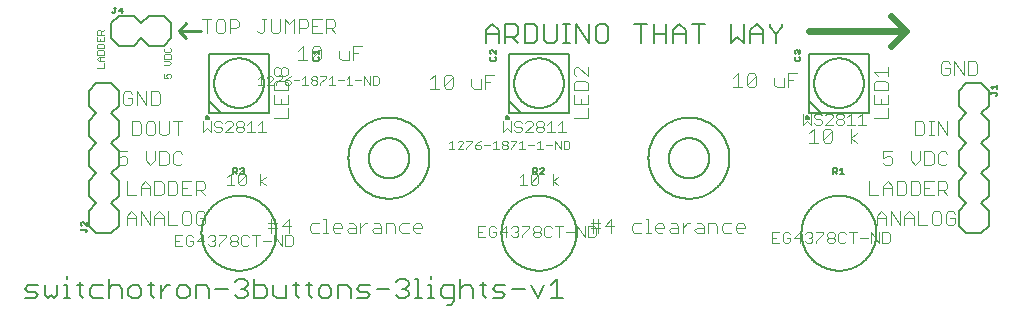
<source format=gbr>
G04 EAGLE Gerber RS-274X export*
G75*
%MOMM*%
%FSLAX34Y34*%
%LPD*%
%INSilkscreen Top*%
%IPPOS*%
%AMOC8*
5,1,8,0,0,1.08239X$1,22.5*%
G01*
%ADD10C,0.152400*%
%ADD11C,0.101600*%
%ADD12C,0.609600*%
%ADD13C,0.076200*%
%ADD14C,0.254000*%
%ADD15C,0.050800*%
%ADD16C,0.127000*%
%ADD17C,0.203200*%


D10*
X-53971Y8382D02*
X-45836Y8382D01*
X-43125Y11094D01*
X-45836Y13805D01*
X-51260Y13805D01*
X-53971Y16517D01*
X-51260Y19229D01*
X-43125Y19229D01*
X-37600Y19229D02*
X-37600Y11094D01*
X-34888Y8382D01*
X-32176Y11094D01*
X-29465Y8382D01*
X-26753Y11094D01*
X-26753Y19229D01*
X-21228Y19229D02*
X-18516Y19229D01*
X-18516Y8382D01*
X-15805Y8382D02*
X-21228Y8382D01*
X-18516Y24652D02*
X-18516Y27364D01*
X-7602Y21940D02*
X-7602Y11094D01*
X-4890Y8382D01*
X-4890Y19229D02*
X-10314Y19229D01*
X3312Y19229D02*
X11447Y19229D01*
X3312Y19229D02*
X601Y16517D01*
X601Y11094D01*
X3312Y8382D01*
X11447Y8382D01*
X16972Y8382D02*
X16972Y24652D01*
X19684Y19229D02*
X16972Y16517D01*
X19684Y19229D02*
X25107Y19229D01*
X27819Y16517D01*
X27819Y8382D01*
X36055Y8382D02*
X41479Y8382D01*
X44190Y11094D01*
X44190Y16517D01*
X41479Y19229D01*
X36055Y19229D01*
X33344Y16517D01*
X33344Y11094D01*
X36055Y8382D01*
X52427Y11094D02*
X52427Y21940D01*
X52427Y11094D02*
X55139Y8382D01*
X55139Y19229D02*
X49715Y19229D01*
X60630Y19229D02*
X60630Y8382D01*
X60630Y13805D02*
X66053Y19229D01*
X68765Y19229D01*
X76984Y8382D02*
X82408Y8382D01*
X85119Y11094D01*
X85119Y16517D01*
X82408Y19229D01*
X76984Y19229D01*
X74273Y16517D01*
X74273Y11094D01*
X76984Y8382D01*
X90644Y8382D02*
X90644Y19229D01*
X98779Y19229D01*
X101491Y16517D01*
X101491Y8382D01*
X107016Y16517D02*
X117862Y16517D01*
X123387Y21940D02*
X126099Y24652D01*
X131522Y24652D01*
X134234Y21940D01*
X134234Y19229D01*
X131522Y16517D01*
X128811Y16517D01*
X131522Y16517D02*
X134234Y13805D01*
X134234Y11094D01*
X131522Y8382D01*
X126099Y8382D01*
X123387Y11094D01*
X139759Y8382D02*
X139759Y24652D01*
X139759Y8382D02*
X147894Y8382D01*
X150606Y11094D01*
X150606Y16517D01*
X147894Y19229D01*
X139759Y19229D01*
X156131Y19229D02*
X156131Y11094D01*
X158842Y8382D01*
X166977Y8382D01*
X166977Y19229D01*
X175214Y21940D02*
X175214Y11094D01*
X177925Y8382D01*
X177925Y19229D02*
X172502Y19229D01*
X186128Y21940D02*
X186128Y11094D01*
X188840Y8382D01*
X188840Y19229D02*
X183416Y19229D01*
X197042Y8382D02*
X202466Y8382D01*
X205177Y11094D01*
X205177Y16517D01*
X202466Y19229D01*
X197042Y19229D01*
X194331Y16517D01*
X194331Y11094D01*
X197042Y8382D01*
X210702Y8382D02*
X210702Y19229D01*
X218837Y19229D01*
X221549Y16517D01*
X221549Y8382D01*
X227074Y8382D02*
X235209Y8382D01*
X237921Y11094D01*
X235209Y13805D01*
X229786Y13805D01*
X227074Y16517D01*
X229786Y19229D01*
X237921Y19229D01*
X243446Y16517D02*
X254292Y16517D01*
X259817Y21940D02*
X262529Y24652D01*
X267952Y24652D01*
X270664Y21940D01*
X270664Y19229D01*
X267952Y16517D01*
X265240Y16517D01*
X267952Y16517D02*
X270664Y13805D01*
X270664Y11094D01*
X267952Y8382D01*
X262529Y8382D01*
X259817Y11094D01*
X276189Y24652D02*
X278900Y24652D01*
X278900Y8382D01*
X276189Y8382D02*
X281612Y8382D01*
X287103Y19229D02*
X289815Y19229D01*
X289815Y8382D01*
X292526Y8382D02*
X287103Y8382D01*
X289815Y24652D02*
X289815Y27364D01*
X303441Y2959D02*
X306152Y2959D01*
X308864Y5670D01*
X308864Y19229D01*
X300729Y19229D01*
X298017Y16517D01*
X298017Y11094D01*
X300729Y8382D01*
X308864Y8382D01*
X314389Y8382D02*
X314389Y24652D01*
X317101Y19229D02*
X314389Y16517D01*
X317101Y19229D02*
X322524Y19229D01*
X325236Y16517D01*
X325236Y8382D01*
X333472Y11094D02*
X333472Y21940D01*
X333472Y11094D02*
X336184Y8382D01*
X336184Y19229D02*
X330761Y19229D01*
X341675Y8382D02*
X349810Y8382D01*
X352522Y11094D01*
X349810Y13805D01*
X344387Y13805D01*
X341675Y16517D01*
X344387Y19229D01*
X352522Y19229D01*
X358046Y16517D02*
X368893Y16517D01*
X374418Y19229D02*
X379841Y8382D01*
X385265Y19229D01*
X390790Y19229D02*
X396213Y24652D01*
X396213Y8382D01*
X390790Y8382D02*
X401636Y8382D01*
D11*
X726923Y209052D02*
X728872Y207103D01*
X726923Y209052D02*
X723025Y209052D01*
X721076Y207103D01*
X721076Y199307D01*
X723025Y197358D01*
X726923Y197358D01*
X728872Y199307D01*
X728872Y203205D01*
X724974Y203205D01*
X732770Y197358D02*
X732770Y209052D01*
X740566Y197358D01*
X740566Y209052D01*
X744464Y209052D02*
X744464Y197358D01*
X750311Y197358D01*
X752260Y199307D01*
X752260Y207103D01*
X750311Y209052D01*
X744464Y209052D01*
X699574Y158252D02*
X699574Y146558D01*
X705421Y146558D01*
X707370Y148507D01*
X707370Y156303D01*
X705421Y158252D01*
X699574Y158252D01*
X711268Y146558D02*
X715166Y146558D01*
X713217Y146558D02*
X713217Y158252D01*
X711268Y158252D02*
X715166Y158252D01*
X719064Y158252D02*
X719064Y146558D01*
X726860Y146558D02*
X719064Y158252D01*
X726860Y158252D02*
X726860Y146558D01*
X680084Y132852D02*
X672288Y132852D01*
X672288Y127005D01*
X676186Y128954D01*
X678135Y128954D01*
X680084Y127005D01*
X680084Y123107D01*
X678135Y121158D01*
X674237Y121158D01*
X672288Y123107D01*
X695676Y125056D02*
X695676Y132852D01*
X695676Y125056D02*
X699574Y121158D01*
X703472Y125056D01*
X703472Y132852D01*
X707370Y132852D02*
X707370Y121158D01*
X713217Y121158D01*
X715166Y123107D01*
X715166Y130903D01*
X713217Y132852D01*
X707370Y132852D01*
X724911Y132852D02*
X726860Y130903D01*
X724911Y132852D02*
X721013Y132852D01*
X719064Y130903D01*
X719064Y123107D01*
X721013Y121158D01*
X724911Y121158D01*
X726860Y123107D01*
X660594Y107452D02*
X660594Y95758D01*
X668390Y95758D01*
X672288Y95758D02*
X672288Y103554D01*
X676186Y107452D01*
X680084Y103554D01*
X680084Y95758D01*
X680084Y101605D02*
X672288Y101605D01*
X683982Y107452D02*
X683982Y95758D01*
X689829Y95758D01*
X691778Y97707D01*
X691778Y105503D01*
X689829Y107452D01*
X683982Y107452D01*
X695676Y107452D02*
X695676Y95758D01*
X701523Y95758D01*
X703472Y97707D01*
X703472Y105503D01*
X701523Y107452D01*
X695676Y107452D01*
X707370Y107452D02*
X715166Y107452D01*
X707370Y107452D02*
X707370Y95758D01*
X715166Y95758D01*
X711268Y101605D02*
X707370Y101605D01*
X719064Y95758D02*
X719064Y107452D01*
X724911Y107452D01*
X726860Y105503D01*
X726860Y101605D01*
X724911Y99656D01*
X719064Y99656D01*
X722962Y99656D02*
X726860Y95758D01*
X666944Y78154D02*
X666944Y70358D01*
X666944Y78154D02*
X670842Y82052D01*
X674740Y78154D01*
X674740Y70358D01*
X674740Y76205D02*
X666944Y76205D01*
X678638Y70358D02*
X678638Y82052D01*
X686434Y70358D01*
X686434Y82052D01*
X690332Y78154D02*
X690332Y70358D01*
X690332Y78154D02*
X694230Y82052D01*
X698128Y78154D01*
X698128Y70358D01*
X698128Y76205D02*
X690332Y76205D01*
X702026Y82052D02*
X702026Y70358D01*
X709822Y70358D01*
X715669Y82052D02*
X719567Y82052D01*
X715669Y82052D02*
X713720Y80103D01*
X713720Y72307D01*
X715669Y70358D01*
X719567Y70358D01*
X721516Y72307D01*
X721516Y80103D01*
X719567Y82052D01*
X731261Y82052D02*
X733210Y80103D01*
X731261Y82052D02*
X727363Y82052D01*
X725414Y80103D01*
X725414Y72307D01*
X727363Y70358D01*
X731261Y70358D01*
X733210Y72307D01*
X733210Y76205D01*
X729312Y76205D01*
X36722Y181703D02*
X34773Y183652D01*
X30875Y183652D01*
X28926Y181703D01*
X28926Y173907D01*
X30875Y171958D01*
X34773Y171958D01*
X36722Y173907D01*
X36722Y177805D01*
X32824Y177805D01*
X40620Y171958D02*
X40620Y183652D01*
X48416Y171958D01*
X48416Y183652D01*
X52314Y183652D02*
X52314Y171958D01*
X58161Y171958D01*
X60110Y173907D01*
X60110Y181703D01*
X58161Y183652D01*
X52314Y183652D01*
X36282Y158252D02*
X36282Y146558D01*
X42129Y146558D01*
X44078Y148507D01*
X44078Y156303D01*
X42129Y158252D01*
X36282Y158252D01*
X49925Y158252D02*
X53823Y158252D01*
X49925Y158252D02*
X47976Y156303D01*
X47976Y148507D01*
X49925Y146558D01*
X53823Y146558D01*
X55772Y148507D01*
X55772Y156303D01*
X53823Y158252D01*
X59670Y158252D02*
X59670Y148507D01*
X61619Y146558D01*
X65517Y146558D01*
X67466Y148507D01*
X67466Y158252D01*
X75262Y158252D02*
X75262Y146558D01*
X71364Y158252D02*
X79160Y158252D01*
X32384Y132852D02*
X24588Y132852D01*
X24588Y127005D01*
X28486Y128954D01*
X30435Y128954D01*
X32384Y127005D01*
X32384Y123107D01*
X30435Y121158D01*
X26537Y121158D01*
X24588Y123107D01*
X47976Y125056D02*
X47976Y132852D01*
X47976Y125056D02*
X51874Y121158D01*
X55772Y125056D01*
X55772Y132852D01*
X59670Y132852D02*
X59670Y121158D01*
X65517Y121158D01*
X67466Y123107D01*
X67466Y130903D01*
X65517Y132852D01*
X59670Y132852D01*
X77211Y132852D02*
X79160Y130903D01*
X77211Y132852D02*
X73313Y132852D01*
X71364Y130903D01*
X71364Y123107D01*
X73313Y121158D01*
X77211Y121158D01*
X79160Y123107D01*
X31944Y107452D02*
X31944Y95758D01*
X39740Y95758D01*
X43638Y95758D02*
X43638Y103554D01*
X47536Y107452D01*
X51434Y103554D01*
X51434Y95758D01*
X51434Y101605D02*
X43638Y101605D01*
X55332Y107452D02*
X55332Y95758D01*
X61179Y95758D01*
X63128Y97707D01*
X63128Y105503D01*
X61179Y107452D01*
X55332Y107452D01*
X67026Y107452D02*
X67026Y95758D01*
X72873Y95758D01*
X74822Y97707D01*
X74822Y105503D01*
X72873Y107452D01*
X67026Y107452D01*
X78720Y107452D02*
X86516Y107452D01*
X78720Y107452D02*
X78720Y95758D01*
X86516Y95758D01*
X82618Y101605D02*
X78720Y101605D01*
X90414Y95758D02*
X90414Y107452D01*
X96261Y107452D01*
X98210Y105503D01*
X98210Y101605D01*
X96261Y99656D01*
X90414Y99656D01*
X94312Y99656D02*
X98210Y95758D01*
X31944Y78154D02*
X31944Y70358D01*
X31944Y78154D02*
X35842Y82052D01*
X39740Y78154D01*
X39740Y70358D01*
X39740Y76205D02*
X31944Y76205D01*
X43638Y70358D02*
X43638Y82052D01*
X51434Y70358D01*
X51434Y82052D01*
X55332Y78154D02*
X55332Y70358D01*
X55332Y78154D02*
X59230Y82052D01*
X63128Y78154D01*
X63128Y70358D01*
X63128Y76205D02*
X55332Y76205D01*
X67026Y82052D02*
X67026Y70358D01*
X74822Y70358D01*
X80669Y82052D02*
X84567Y82052D01*
X80669Y82052D02*
X78720Y80103D01*
X78720Y72307D01*
X80669Y70358D01*
X84567Y70358D01*
X86516Y72307D01*
X86516Y80103D01*
X84567Y82052D01*
X96261Y82052D02*
X98210Y80103D01*
X96261Y82052D02*
X92363Y82052D01*
X90414Y80103D01*
X90414Y72307D01*
X92363Y70358D01*
X96261Y70358D01*
X98210Y72307D01*
X98210Y76205D01*
X94312Y76205D01*
D10*
X336094Y224282D02*
X336094Y235129D01*
X341517Y240552D01*
X346940Y235129D01*
X346940Y224282D01*
X346940Y232417D02*
X336094Y232417D01*
X352465Y224282D02*
X352465Y240552D01*
X360600Y240552D01*
X363312Y237840D01*
X363312Y232417D01*
X360600Y229705D01*
X352465Y229705D01*
X357889Y229705D02*
X363312Y224282D01*
X368837Y224282D02*
X368837Y240552D01*
X368837Y224282D02*
X376972Y224282D01*
X379683Y226994D01*
X379683Y237840D01*
X376972Y240552D01*
X368837Y240552D01*
X385208Y240552D02*
X385208Y226994D01*
X387920Y224282D01*
X393343Y224282D01*
X396055Y226994D01*
X396055Y240552D01*
X401580Y224282D02*
X407003Y224282D01*
X404292Y224282D02*
X404292Y240552D01*
X407003Y240552D02*
X401580Y240552D01*
X412494Y240552D02*
X412494Y224282D01*
X423341Y224282D02*
X412494Y240552D01*
X423341Y240552D02*
X423341Y224282D01*
X431578Y240552D02*
X437001Y240552D01*
X431578Y240552D02*
X428866Y237840D01*
X428866Y226994D01*
X431578Y224282D01*
X437001Y224282D01*
X439713Y226994D01*
X439713Y237840D01*
X437001Y240552D01*
X467032Y240552D02*
X467032Y224282D01*
X461609Y240552D02*
X472456Y240552D01*
X477981Y240552D02*
X477981Y224282D01*
X477981Y232417D02*
X488827Y232417D01*
X488827Y240552D02*
X488827Y224282D01*
X494352Y224282D02*
X494352Y235129D01*
X499775Y240552D01*
X505199Y235129D01*
X505199Y224282D01*
X505199Y232417D02*
X494352Y232417D01*
X516147Y224282D02*
X516147Y240552D01*
X510724Y240552D02*
X521570Y240552D01*
X543467Y240552D02*
X543467Y224282D01*
X548890Y229705D01*
X554313Y224282D01*
X554313Y240552D01*
X559838Y235129D02*
X559838Y224282D01*
X559838Y235129D02*
X565262Y240552D01*
X570685Y235129D01*
X570685Y224282D01*
X570685Y232417D02*
X559838Y232417D01*
X576210Y237840D02*
X576210Y240552D01*
X576210Y237840D02*
X581633Y232417D01*
X587057Y237840D01*
X587057Y240552D01*
X581633Y232417D02*
X581633Y224282D01*
D12*
X679450Y247650D02*
X692150Y234950D01*
X679450Y222250D01*
X692150Y234950D02*
X609600Y234950D01*
D11*
X99556Y232918D02*
X99556Y244612D01*
X95658Y244612D02*
X103454Y244612D01*
X109301Y244612D02*
X113199Y244612D01*
X109301Y244612D02*
X107352Y242663D01*
X107352Y234867D01*
X109301Y232918D01*
X113199Y232918D01*
X115148Y234867D01*
X115148Y242663D01*
X113199Y244612D01*
X119046Y244612D02*
X119046Y232918D01*
X119046Y244612D02*
X124893Y244612D01*
X126842Y242663D01*
X126842Y238765D01*
X124893Y236816D01*
X119046Y236816D01*
X142434Y234867D02*
X144383Y232918D01*
X146332Y232918D01*
X148281Y234867D01*
X148281Y244612D01*
X146332Y244612D02*
X150230Y244612D01*
X154128Y244612D02*
X154128Y234867D01*
X156077Y232918D01*
X159975Y232918D01*
X161924Y234867D01*
X161924Y244612D01*
X165822Y244612D02*
X165822Y232918D01*
X169720Y240714D02*
X165822Y244612D01*
X169720Y240714D02*
X173618Y244612D01*
X173618Y232918D01*
X177516Y232918D02*
X177516Y244612D01*
X183363Y244612D01*
X185312Y242663D01*
X185312Y238765D01*
X183363Y236816D01*
X177516Y236816D01*
X189210Y244612D02*
X197006Y244612D01*
X189210Y244612D02*
X189210Y232918D01*
X197006Y232918D01*
X193108Y238765D02*
X189210Y238765D01*
X200904Y232918D02*
X200904Y244612D01*
X206751Y244612D01*
X208700Y242663D01*
X208700Y238765D01*
X206751Y236816D01*
X200904Y236816D01*
X204802Y236816D02*
X208700Y232918D01*
X288748Y193724D02*
X292646Y197622D01*
X292646Y185928D01*
X288748Y185928D02*
X296544Y185928D01*
X300442Y187877D02*
X300442Y195673D01*
X302391Y197622D01*
X306289Y197622D01*
X308238Y195673D01*
X308238Y187877D01*
X306289Y185928D01*
X302391Y185928D01*
X300442Y187877D01*
X308238Y195673D01*
X323830Y193724D02*
X323830Y187877D01*
X325779Y185928D01*
X331626Y185928D01*
X331626Y193724D01*
X335524Y197622D02*
X335524Y185928D01*
X335524Y197622D02*
X343320Y197622D01*
X339422Y191775D02*
X335524Y191775D01*
X609731Y148004D02*
X613629Y151902D01*
X613629Y140208D01*
X609731Y140208D02*
X617527Y140208D01*
X621425Y142157D02*
X621425Y149953D01*
X623374Y151902D01*
X627272Y151902D01*
X629221Y149953D01*
X629221Y142157D01*
X627272Y140208D01*
X623374Y140208D01*
X621425Y142157D01*
X629221Y149953D01*
X644813Y151902D02*
X644813Y140208D01*
X644813Y144106D02*
X650660Y140208D01*
X644813Y144106D02*
X650660Y148004D01*
D13*
X367705Y113927D02*
X364569Y110792D01*
X367705Y113927D02*
X367705Y104521D01*
X370840Y104521D02*
X364569Y104521D01*
X373925Y106089D02*
X373925Y112359D01*
X375492Y113927D01*
X378628Y113927D01*
X380195Y112359D01*
X380195Y106089D01*
X378628Y104521D01*
X375492Y104521D01*
X373925Y106089D01*
X380195Y112359D01*
X392635Y113927D02*
X392635Y104521D01*
X392635Y107656D02*
X397338Y104521D01*
X392635Y107656D02*
X397338Y110792D01*
X120055Y113927D02*
X116919Y110792D01*
X120055Y113927D02*
X120055Y104521D01*
X123190Y104521D02*
X116919Y104521D01*
X126275Y106089D02*
X126275Y112359D01*
X127842Y113927D01*
X130978Y113927D01*
X132545Y112359D01*
X132545Y106089D01*
X130978Y104521D01*
X127842Y104521D01*
X126275Y106089D01*
X132545Y112359D01*
X144985Y113927D02*
X144985Y104521D01*
X144985Y107656D02*
X149688Y104521D01*
X144985Y107656D02*
X149688Y110792D01*
D11*
X153726Y75702D02*
X153726Y64008D01*
X157624Y64008D02*
X157624Y75702D01*
X157624Y71804D02*
X151777Y71804D01*
X157624Y71804D02*
X159573Y71804D01*
X159573Y67906D02*
X151777Y67906D01*
X169318Y64008D02*
X169318Y75702D01*
X163471Y69855D01*
X171267Y69855D01*
X188808Y71804D02*
X194655Y71804D01*
X188808Y71804D02*
X186859Y69855D01*
X186859Y65957D01*
X188808Y64008D01*
X194655Y64008D01*
X198553Y75702D02*
X200502Y75702D01*
X200502Y64008D01*
X198553Y64008D02*
X202451Y64008D01*
X208298Y64008D02*
X212196Y64008D01*
X208298Y64008D02*
X206349Y65957D01*
X206349Y69855D01*
X208298Y71804D01*
X212196Y71804D01*
X214145Y69855D01*
X214145Y67906D01*
X206349Y67906D01*
X219992Y71804D02*
X223890Y71804D01*
X225839Y69855D01*
X225839Y64008D01*
X219992Y64008D01*
X218043Y65957D01*
X219992Y67906D01*
X225839Y67906D01*
X229737Y64008D02*
X229737Y71804D01*
X229737Y67906D02*
X233635Y71804D01*
X235584Y71804D01*
X241431Y71804D02*
X245329Y71804D01*
X247278Y69855D01*
X247278Y64008D01*
X241431Y64008D01*
X239482Y65957D01*
X241431Y67906D01*
X247278Y67906D01*
X251176Y64008D02*
X251176Y71804D01*
X257023Y71804D01*
X258972Y69855D01*
X258972Y64008D01*
X264819Y71804D02*
X270666Y71804D01*
X264819Y71804D02*
X262870Y69855D01*
X262870Y65957D01*
X264819Y64008D01*
X270666Y64008D01*
X276513Y64008D02*
X280411Y64008D01*
X276513Y64008D02*
X274564Y65957D01*
X274564Y69855D01*
X276513Y71804D01*
X280411Y71804D01*
X282360Y69855D01*
X282360Y67906D01*
X274564Y67906D01*
X426776Y64008D02*
X426776Y75702D01*
X430674Y75702D02*
X430674Y64008D01*
X430674Y71804D02*
X424827Y71804D01*
X430674Y71804D02*
X432623Y71804D01*
X432623Y67906D02*
X424827Y67906D01*
X442368Y64008D02*
X442368Y75702D01*
X436521Y69855D01*
X444317Y69855D01*
X461858Y71804D02*
X467705Y71804D01*
X461858Y71804D02*
X459909Y69855D01*
X459909Y65957D01*
X461858Y64008D01*
X467705Y64008D01*
X471603Y75702D02*
X473552Y75702D01*
X473552Y64008D01*
X471603Y64008D02*
X475501Y64008D01*
X481348Y64008D02*
X485246Y64008D01*
X481348Y64008D02*
X479399Y65957D01*
X479399Y69855D01*
X481348Y71804D01*
X485246Y71804D01*
X487195Y69855D01*
X487195Y67906D01*
X479399Y67906D01*
X493042Y71804D02*
X496940Y71804D01*
X498889Y69855D01*
X498889Y64008D01*
X493042Y64008D01*
X491093Y65957D01*
X493042Y67906D01*
X498889Y67906D01*
X502787Y64008D02*
X502787Y71804D01*
X502787Y67906D02*
X506685Y71804D01*
X508634Y71804D01*
X514481Y71804D02*
X518379Y71804D01*
X520328Y69855D01*
X520328Y64008D01*
X514481Y64008D01*
X512532Y65957D01*
X514481Y67906D01*
X520328Y67906D01*
X524226Y64008D02*
X524226Y71804D01*
X530073Y71804D01*
X532022Y69855D01*
X532022Y64008D01*
X537869Y71804D02*
X543716Y71804D01*
X537869Y71804D02*
X535920Y69855D01*
X535920Y65957D01*
X537869Y64008D01*
X543716Y64008D01*
X549563Y64008D02*
X553461Y64008D01*
X549563Y64008D02*
X547614Y65957D01*
X547614Y69855D01*
X549563Y71804D01*
X553461Y71804D01*
X555410Y69855D01*
X555410Y67906D01*
X547614Y67906D01*
X545288Y194994D02*
X549186Y198892D01*
X549186Y187198D01*
X545288Y187198D02*
X553084Y187198D01*
X556982Y189147D02*
X556982Y196943D01*
X558931Y198892D01*
X562829Y198892D01*
X564778Y196943D01*
X564778Y189147D01*
X562829Y187198D01*
X558931Y187198D01*
X556982Y189147D01*
X564778Y196943D01*
X580370Y194994D02*
X580370Y189147D01*
X582319Y187198D01*
X588166Y187198D01*
X588166Y194994D01*
X592064Y198892D02*
X592064Y187198D01*
X592064Y198892D02*
X599860Y198892D01*
X595962Y193045D02*
X592064Y193045D01*
D13*
X604650Y164727D02*
X604650Y155321D01*
X607785Y158456D01*
X610921Y155321D01*
X610921Y164727D01*
X618708Y164727D02*
X620276Y163159D01*
X618708Y164727D02*
X615573Y164727D01*
X614005Y163159D01*
X614005Y161592D01*
X615573Y160024D01*
X618708Y160024D01*
X620276Y158456D01*
X620276Y156889D01*
X618708Y155321D01*
X615573Y155321D01*
X614005Y156889D01*
X623360Y155321D02*
X629631Y155321D01*
X623360Y155321D02*
X629631Y161592D01*
X629631Y163159D01*
X628063Y164727D01*
X624928Y164727D01*
X623360Y163159D01*
X632715Y163159D02*
X634283Y164727D01*
X637418Y164727D01*
X638986Y163159D01*
X638986Y161592D01*
X637418Y160024D01*
X638986Y158456D01*
X638986Y156889D01*
X637418Y155321D01*
X634283Y155321D01*
X632715Y156889D01*
X632715Y158456D01*
X634283Y160024D01*
X632715Y161592D01*
X632715Y163159D01*
X634283Y160024D02*
X637418Y160024D01*
X642071Y161592D02*
X645206Y164727D01*
X645206Y155321D01*
X642071Y155321D02*
X648341Y155321D01*
X651426Y161592D02*
X654561Y164727D01*
X654561Y155321D01*
X651426Y155321D02*
X657696Y155321D01*
X350650Y158377D02*
X350650Y148971D01*
X353785Y152106D01*
X356921Y148971D01*
X356921Y158377D01*
X364708Y158377D02*
X366276Y156809D01*
X364708Y158377D02*
X361573Y158377D01*
X360005Y156809D01*
X360005Y155242D01*
X361573Y153674D01*
X364708Y153674D01*
X366276Y152106D01*
X366276Y150539D01*
X364708Y148971D01*
X361573Y148971D01*
X360005Y150539D01*
X369360Y148971D02*
X375631Y148971D01*
X369360Y148971D02*
X375631Y155242D01*
X375631Y156809D01*
X374063Y158377D01*
X370928Y158377D01*
X369360Y156809D01*
X378715Y156809D02*
X380283Y158377D01*
X383418Y158377D01*
X384986Y156809D01*
X384986Y155242D01*
X383418Y153674D01*
X384986Y152106D01*
X384986Y150539D01*
X383418Y148971D01*
X380283Y148971D01*
X378715Y150539D01*
X378715Y152106D01*
X380283Y153674D01*
X378715Y155242D01*
X378715Y156809D01*
X380283Y153674D02*
X383418Y153674D01*
X388071Y155242D02*
X391206Y158377D01*
X391206Y148971D01*
X388071Y148971D02*
X394341Y148971D01*
X397426Y155242D02*
X400561Y158377D01*
X400561Y148971D01*
X397426Y148971D02*
X403696Y148971D01*
X96650Y148971D02*
X96650Y158377D01*
X99785Y152106D02*
X96650Y148971D01*
X99785Y152106D02*
X102921Y148971D01*
X102921Y158377D01*
X110708Y158377D02*
X112276Y156809D01*
X110708Y158377D02*
X107573Y158377D01*
X106005Y156809D01*
X106005Y155242D01*
X107573Y153674D01*
X110708Y153674D01*
X112276Y152106D01*
X112276Y150539D01*
X110708Y148971D01*
X107573Y148971D01*
X106005Y150539D01*
X115360Y148971D02*
X121631Y148971D01*
X115360Y148971D02*
X121631Y155242D01*
X121631Y156809D01*
X120063Y158377D01*
X116928Y158377D01*
X115360Y156809D01*
X124715Y156809D02*
X126283Y158377D01*
X129418Y158377D01*
X130986Y156809D01*
X130986Y155242D01*
X129418Y153674D01*
X130986Y152106D01*
X130986Y150539D01*
X129418Y148971D01*
X126283Y148971D01*
X124715Y150539D01*
X124715Y152106D01*
X126283Y153674D01*
X124715Y155242D01*
X124715Y156809D01*
X126283Y153674D02*
X129418Y153674D01*
X134071Y155242D02*
X137206Y158377D01*
X137206Y148971D01*
X134071Y148971D02*
X140341Y148971D01*
X143426Y155242D02*
X146561Y158377D01*
X146561Y148971D01*
X143426Y148971D02*
X149696Y148971D01*
D14*
X95250Y234950D02*
X76200Y234950D01*
X82550Y241300D01*
X76200Y234950D02*
X82550Y228600D01*
D15*
X12446Y203454D02*
X6853Y203454D01*
X12446Y203454D02*
X12446Y207183D01*
X12446Y209067D02*
X8718Y209067D01*
X6853Y210931D01*
X8718Y212796D01*
X12446Y212796D01*
X9650Y212796D02*
X9650Y209067D01*
X12446Y214680D02*
X6853Y214680D01*
X12446Y214680D02*
X12446Y217477D01*
X11514Y218409D01*
X7785Y218409D01*
X6853Y217477D01*
X6853Y214680D01*
X6853Y220293D02*
X12446Y220293D01*
X12446Y223090D01*
X11514Y224022D01*
X7785Y224022D01*
X6853Y223090D01*
X6853Y220293D01*
X6853Y225906D02*
X6853Y229635D01*
X6853Y225906D02*
X12446Y225906D01*
X12446Y229635D01*
X9650Y227771D02*
X9650Y225906D01*
X12446Y231519D02*
X6853Y231519D01*
X6853Y234316D01*
X7785Y235248D01*
X9650Y235248D01*
X10582Y234316D01*
X10582Y231519D01*
X10582Y233384D02*
X12446Y235248D01*
X63749Y198167D02*
X63749Y194438D01*
X66546Y194438D01*
X65614Y196303D01*
X65614Y197235D01*
X66546Y198167D01*
X68410Y198167D01*
X69342Y197235D01*
X69342Y195371D01*
X68410Y194438D01*
X67478Y205665D02*
X63749Y205665D01*
X67478Y205665D02*
X69342Y207529D01*
X67478Y209393D01*
X63749Y209393D01*
X63749Y211278D02*
X69342Y211278D01*
X69342Y214074D01*
X68410Y215006D01*
X64681Y215006D01*
X63749Y214074D01*
X63749Y211278D01*
X63749Y219687D02*
X64681Y220619D01*
X63749Y219687D02*
X63749Y217823D01*
X64681Y216891D01*
X68410Y216891D01*
X69342Y217823D01*
X69342Y219687D01*
X68410Y220619D01*
D13*
X329274Y69477D02*
X335545Y69477D01*
X329274Y69477D02*
X329274Y60071D01*
X335545Y60071D01*
X332409Y64774D02*
X329274Y64774D01*
X343332Y69477D02*
X344900Y67909D01*
X343332Y69477D02*
X340197Y69477D01*
X338629Y67909D01*
X338629Y61639D01*
X340197Y60071D01*
X343332Y60071D01*
X344900Y61639D01*
X344900Y64774D01*
X341764Y64774D01*
X352687Y60071D02*
X352687Y69477D01*
X347984Y64774D01*
X354255Y64774D01*
X357339Y67909D02*
X358907Y69477D01*
X362042Y69477D01*
X363610Y67909D01*
X363610Y66342D01*
X362042Y64774D01*
X360475Y64774D01*
X362042Y64774D02*
X363610Y63206D01*
X363610Y61639D01*
X362042Y60071D01*
X358907Y60071D01*
X357339Y61639D01*
X366695Y69477D02*
X372965Y69477D01*
X372965Y67909D01*
X366695Y61639D01*
X366695Y60071D01*
X376050Y67909D02*
X377617Y69477D01*
X380753Y69477D01*
X382321Y67909D01*
X382321Y66342D01*
X380753Y64774D01*
X382321Y63206D01*
X382321Y61639D01*
X380753Y60071D01*
X377617Y60071D01*
X376050Y61639D01*
X376050Y63206D01*
X377617Y64774D01*
X376050Y66342D01*
X376050Y67909D01*
X377617Y64774D02*
X380753Y64774D01*
X390108Y69477D02*
X391676Y67909D01*
X390108Y69477D02*
X386973Y69477D01*
X385405Y67909D01*
X385405Y61639D01*
X386973Y60071D01*
X390108Y60071D01*
X391676Y61639D01*
X397896Y60071D02*
X397896Y69477D01*
X401031Y69477D02*
X394760Y69477D01*
X404115Y64774D02*
X410386Y64774D01*
X413471Y60071D02*
X413471Y69477D01*
X419741Y60071D01*
X419741Y69477D01*
X422826Y69477D02*
X422826Y60071D01*
X427529Y60071D01*
X429096Y61639D01*
X429096Y67909D01*
X427529Y69477D01*
X422826Y69477D01*
X145710Y196475D02*
X143253Y194018D01*
X145710Y196475D02*
X145710Y189103D01*
X143253Y189103D02*
X148168Y189103D01*
X150737Y189103D02*
X155652Y189103D01*
X150737Y189103D02*
X155652Y194018D01*
X155652Y195247D01*
X154423Y196475D01*
X151966Y196475D01*
X150737Y195247D01*
X158221Y196475D02*
X163136Y196475D01*
X163136Y195247D01*
X158221Y190332D01*
X158221Y189103D01*
X168163Y195247D02*
X170620Y196475D01*
X168163Y195247D02*
X165705Y192789D01*
X165705Y190332D01*
X166934Y189103D01*
X169391Y189103D01*
X170620Y190332D01*
X170620Y191560D01*
X169391Y192789D01*
X165705Y192789D01*
X173189Y192789D02*
X178104Y192789D01*
X180674Y194018D02*
X183131Y196475D01*
X183131Y189103D01*
X180674Y189103D02*
X185588Y189103D01*
X188158Y195247D02*
X189386Y196475D01*
X191844Y196475D01*
X193073Y195247D01*
X193073Y194018D01*
X191844Y192789D01*
X193073Y191560D01*
X193073Y190332D01*
X191844Y189103D01*
X189386Y189103D01*
X188158Y190332D01*
X188158Y191560D01*
X189386Y192789D01*
X188158Y194018D01*
X188158Y195247D01*
X189386Y192789D02*
X191844Y192789D01*
X195642Y196475D02*
X200557Y196475D01*
X200557Y195247D01*
X195642Y190332D01*
X195642Y189103D01*
X203126Y194018D02*
X205583Y196475D01*
X205583Y189103D01*
X203126Y189103D02*
X208041Y189103D01*
X210610Y192789D02*
X215525Y192789D01*
X218094Y194018D02*
X220552Y196475D01*
X220552Y189103D01*
X223009Y189103D02*
X218094Y189103D01*
X225579Y192789D02*
X230493Y192789D01*
X233063Y189103D02*
X233063Y196475D01*
X237978Y189103D01*
X237978Y196475D01*
X240547Y196475D02*
X240547Y189103D01*
X244233Y189103D01*
X245462Y190332D01*
X245462Y195247D01*
X244233Y196475D01*
X240547Y196475D01*
X304543Y139408D02*
X307000Y141865D01*
X307000Y134493D01*
X304543Y134493D02*
X309458Y134493D01*
X312027Y134493D02*
X316942Y134493D01*
X312027Y134493D02*
X316942Y139408D01*
X316942Y140637D01*
X315713Y141865D01*
X313256Y141865D01*
X312027Y140637D01*
X319511Y141865D02*
X324426Y141865D01*
X324426Y140637D01*
X319511Y135722D01*
X319511Y134493D01*
X329453Y140637D02*
X331910Y141865D01*
X329453Y140637D02*
X326995Y138179D01*
X326995Y135722D01*
X328224Y134493D01*
X330681Y134493D01*
X331910Y135722D01*
X331910Y136950D01*
X330681Y138179D01*
X326995Y138179D01*
X334479Y138179D02*
X339394Y138179D01*
X341964Y139408D02*
X344421Y141865D01*
X344421Y134493D01*
X341964Y134493D02*
X346878Y134493D01*
X349448Y140637D02*
X350676Y141865D01*
X353134Y141865D01*
X354363Y140637D01*
X354363Y139408D01*
X353134Y138179D01*
X354363Y136950D01*
X354363Y135722D01*
X353134Y134493D01*
X350676Y134493D01*
X349448Y135722D01*
X349448Y136950D01*
X350676Y138179D01*
X349448Y139408D01*
X349448Y140637D01*
X350676Y138179D02*
X353134Y138179D01*
X356932Y141865D02*
X361847Y141865D01*
X361847Y140637D01*
X356932Y135722D01*
X356932Y134493D01*
X364416Y139408D02*
X366873Y141865D01*
X366873Y134493D01*
X364416Y134493D02*
X369331Y134493D01*
X371900Y138179D02*
X376815Y138179D01*
X379384Y139408D02*
X381842Y141865D01*
X381842Y134493D01*
X384299Y134493D02*
X379384Y134493D01*
X386869Y138179D02*
X391783Y138179D01*
X394353Y134493D02*
X394353Y141865D01*
X399268Y134493D01*
X399268Y141865D01*
X401837Y141865D02*
X401837Y134493D01*
X405523Y134493D01*
X406752Y135722D01*
X406752Y140637D01*
X405523Y141865D01*
X401837Y141865D01*
X79005Y61857D02*
X72734Y61857D01*
X72734Y52451D01*
X79005Y52451D01*
X75869Y57154D02*
X72734Y57154D01*
X86792Y61857D02*
X88360Y60289D01*
X86792Y61857D02*
X83657Y61857D01*
X82089Y60289D01*
X82089Y54019D01*
X83657Y52451D01*
X86792Y52451D01*
X88360Y54019D01*
X88360Y57154D01*
X85224Y57154D01*
X96147Y52451D02*
X96147Y61857D01*
X91444Y57154D01*
X97715Y57154D01*
X100799Y60289D02*
X102367Y61857D01*
X105502Y61857D01*
X107070Y60289D01*
X107070Y58722D01*
X105502Y57154D01*
X103935Y57154D01*
X105502Y57154D02*
X107070Y55586D01*
X107070Y54019D01*
X105502Y52451D01*
X102367Y52451D01*
X100799Y54019D01*
X110155Y61857D02*
X116425Y61857D01*
X116425Y60289D01*
X110155Y54019D01*
X110155Y52451D01*
X119510Y60289D02*
X121077Y61857D01*
X124213Y61857D01*
X125781Y60289D01*
X125781Y58722D01*
X124213Y57154D01*
X125781Y55586D01*
X125781Y54019D01*
X124213Y52451D01*
X121077Y52451D01*
X119510Y54019D01*
X119510Y55586D01*
X121077Y57154D01*
X119510Y58722D01*
X119510Y60289D01*
X121077Y57154D02*
X124213Y57154D01*
X133568Y61857D02*
X135136Y60289D01*
X133568Y61857D02*
X130433Y61857D01*
X128865Y60289D01*
X128865Y54019D01*
X130433Y52451D01*
X133568Y52451D01*
X135136Y54019D01*
X141356Y52451D02*
X141356Y61857D01*
X144491Y61857D02*
X138220Y61857D01*
X147575Y57154D02*
X153846Y57154D01*
X156931Y52451D02*
X156931Y61857D01*
X163201Y52451D01*
X163201Y61857D01*
X166286Y61857D02*
X166286Y52451D01*
X170989Y52451D01*
X172556Y54019D01*
X172556Y60289D01*
X170989Y61857D01*
X166286Y61857D01*
X578194Y64397D02*
X584465Y64397D01*
X578194Y64397D02*
X578194Y54991D01*
X584465Y54991D01*
X581329Y59694D02*
X578194Y59694D01*
X592252Y64397D02*
X593820Y62829D01*
X592252Y64397D02*
X589117Y64397D01*
X587549Y62829D01*
X587549Y56559D01*
X589117Y54991D01*
X592252Y54991D01*
X593820Y56559D01*
X593820Y59694D01*
X590684Y59694D01*
X601607Y54991D02*
X601607Y64397D01*
X596904Y59694D01*
X603175Y59694D01*
X606259Y62829D02*
X607827Y64397D01*
X610962Y64397D01*
X612530Y62829D01*
X612530Y61262D01*
X610962Y59694D01*
X609395Y59694D01*
X610962Y59694D02*
X612530Y58126D01*
X612530Y56559D01*
X610962Y54991D01*
X607827Y54991D01*
X606259Y56559D01*
X615615Y64397D02*
X621885Y64397D01*
X621885Y62829D01*
X615615Y56559D01*
X615615Y54991D01*
X624970Y62829D02*
X626537Y64397D01*
X629673Y64397D01*
X631241Y62829D01*
X631241Y61262D01*
X629673Y59694D01*
X631241Y58126D01*
X631241Y56559D01*
X629673Y54991D01*
X626537Y54991D01*
X624970Y56559D01*
X624970Y58126D01*
X626537Y59694D01*
X624970Y61262D01*
X624970Y62829D01*
X626537Y59694D02*
X629673Y59694D01*
X639028Y64397D02*
X640596Y62829D01*
X639028Y64397D02*
X635893Y64397D01*
X634325Y62829D01*
X634325Y56559D01*
X635893Y54991D01*
X639028Y54991D01*
X640596Y56559D01*
X646816Y54991D02*
X646816Y64397D01*
X649951Y64397D02*
X643680Y64397D01*
X653035Y59694D02*
X659306Y59694D01*
X662391Y54991D02*
X662391Y64397D01*
X668661Y54991D01*
X668661Y64397D01*
X671746Y64397D02*
X671746Y54991D01*
X676449Y54991D01*
X678016Y56559D01*
X678016Y62829D01*
X676449Y64397D01*
X671746Y64397D01*
D11*
X180886Y221752D02*
X176988Y217854D01*
X180886Y221752D02*
X180886Y210058D01*
X176988Y210058D02*
X184784Y210058D01*
X188682Y212007D02*
X188682Y219803D01*
X190631Y221752D01*
X194529Y221752D01*
X196478Y219803D01*
X196478Y212007D01*
X194529Y210058D01*
X190631Y210058D01*
X188682Y212007D01*
X196478Y219803D01*
X212070Y217854D02*
X212070Y212007D01*
X214019Y210058D01*
X219866Y210058D01*
X219866Y217854D01*
X223764Y221752D02*
X223764Y210058D01*
X223764Y221752D02*
X231560Y221752D01*
X227662Y215905D02*
X223764Y215905D01*
D16*
X660000Y215500D02*
X660000Y165500D01*
X620000Y165500D01*
X610000Y165500D01*
X610000Y175500D01*
X610000Y215500D01*
X660000Y215500D01*
X610000Y175500D02*
X620000Y165500D01*
X606706Y161160D02*
X606708Y161235D01*
X606714Y161309D01*
X606724Y161383D01*
X606737Y161456D01*
X606755Y161529D01*
X606776Y161600D01*
X606801Y161671D01*
X606830Y161740D01*
X606863Y161807D01*
X606899Y161872D01*
X606938Y161936D01*
X606980Y161997D01*
X607026Y162056D01*
X607075Y162113D01*
X607127Y162166D01*
X607181Y162217D01*
X607238Y162266D01*
X607298Y162310D01*
X607360Y162352D01*
X607424Y162391D01*
X607490Y162426D01*
X607557Y162457D01*
X607627Y162485D01*
X607697Y162509D01*
X607769Y162530D01*
X607842Y162546D01*
X607915Y162559D01*
X607990Y162568D01*
X608064Y162573D01*
X608139Y162574D01*
X608213Y162571D01*
X608288Y162564D01*
X608361Y162553D01*
X608435Y162539D01*
X608507Y162520D01*
X608578Y162498D01*
X608648Y162472D01*
X608717Y162442D01*
X608783Y162409D01*
X608848Y162372D01*
X608911Y162332D01*
X608972Y162288D01*
X609030Y162242D01*
X609086Y162192D01*
X609139Y162140D01*
X609190Y162085D01*
X609237Y162027D01*
X609281Y161967D01*
X609322Y161904D01*
X609360Y161840D01*
X609394Y161774D01*
X609425Y161705D01*
X609452Y161636D01*
X609475Y161565D01*
X609494Y161493D01*
X609510Y161420D01*
X609522Y161346D01*
X609530Y161272D01*
X609534Y161197D01*
X609534Y161123D01*
X609530Y161048D01*
X609522Y160974D01*
X609510Y160900D01*
X609494Y160827D01*
X609475Y160755D01*
X609452Y160684D01*
X609425Y160615D01*
X609394Y160546D01*
X609360Y160480D01*
X609322Y160416D01*
X609281Y160353D01*
X609237Y160293D01*
X609190Y160235D01*
X609139Y160180D01*
X609086Y160128D01*
X609030Y160078D01*
X608972Y160032D01*
X608911Y159988D01*
X608848Y159948D01*
X608783Y159911D01*
X608717Y159878D01*
X608648Y159848D01*
X608578Y159822D01*
X608507Y159800D01*
X608435Y159781D01*
X608361Y159767D01*
X608288Y159756D01*
X608213Y159749D01*
X608139Y159746D01*
X608064Y159747D01*
X607990Y159752D01*
X607915Y159761D01*
X607842Y159774D01*
X607769Y159790D01*
X607697Y159811D01*
X607627Y159835D01*
X607557Y159863D01*
X607490Y159894D01*
X607424Y159929D01*
X607360Y159968D01*
X607298Y160010D01*
X607238Y160054D01*
X607181Y160103D01*
X607127Y160154D01*
X607075Y160207D01*
X607026Y160264D01*
X606980Y160323D01*
X606938Y160384D01*
X606899Y160448D01*
X606863Y160513D01*
X606830Y160580D01*
X606801Y160649D01*
X606776Y160720D01*
X606755Y160791D01*
X606737Y160864D01*
X606724Y160937D01*
X606714Y161011D01*
X606708Y161085D01*
X606706Y161160D01*
X614000Y190500D02*
X614006Y191015D01*
X614025Y191530D01*
X614057Y192045D01*
X614101Y192558D01*
X614158Y193071D01*
X614227Y193581D01*
X614309Y194090D01*
X614404Y194597D01*
X614510Y195101D01*
X614629Y195603D01*
X614761Y196101D01*
X614904Y196596D01*
X615060Y197087D01*
X615228Y197575D01*
X615407Y198058D01*
X615599Y198536D01*
X615802Y199010D01*
X616016Y199479D01*
X616242Y199942D01*
X616480Y200399D01*
X616728Y200851D01*
X616988Y201296D01*
X617258Y201735D01*
X617539Y202167D01*
X617831Y202592D01*
X618133Y203010D01*
X618445Y203420D01*
X618767Y203822D01*
X619099Y204217D01*
X619440Y204603D01*
X619791Y204980D01*
X620151Y205349D01*
X620520Y205709D01*
X620897Y206060D01*
X621283Y206401D01*
X621678Y206733D01*
X622080Y207055D01*
X622490Y207367D01*
X622908Y207669D01*
X623333Y207961D01*
X623765Y208242D01*
X624204Y208512D01*
X624649Y208772D01*
X625101Y209020D01*
X625558Y209258D01*
X626021Y209484D01*
X626490Y209698D01*
X626964Y209901D01*
X627442Y210093D01*
X627925Y210272D01*
X628413Y210440D01*
X628904Y210596D01*
X629399Y210739D01*
X629897Y210871D01*
X630399Y210990D01*
X630903Y211096D01*
X631410Y211191D01*
X631919Y211273D01*
X632429Y211342D01*
X632942Y211399D01*
X633455Y211443D01*
X633970Y211475D01*
X634485Y211494D01*
X635000Y211500D01*
X635515Y211494D01*
X636030Y211475D01*
X636545Y211443D01*
X637058Y211399D01*
X637571Y211342D01*
X638081Y211273D01*
X638590Y211191D01*
X639097Y211096D01*
X639601Y210990D01*
X640103Y210871D01*
X640601Y210739D01*
X641096Y210596D01*
X641587Y210440D01*
X642075Y210272D01*
X642558Y210093D01*
X643036Y209901D01*
X643510Y209698D01*
X643979Y209484D01*
X644442Y209258D01*
X644899Y209020D01*
X645351Y208772D01*
X645796Y208512D01*
X646235Y208242D01*
X646667Y207961D01*
X647092Y207669D01*
X647510Y207367D01*
X647920Y207055D01*
X648322Y206733D01*
X648717Y206401D01*
X649103Y206060D01*
X649480Y205709D01*
X649849Y205349D01*
X650209Y204980D01*
X650560Y204603D01*
X650901Y204217D01*
X651233Y203822D01*
X651555Y203420D01*
X651867Y203010D01*
X652169Y202592D01*
X652461Y202167D01*
X652742Y201735D01*
X653012Y201296D01*
X653272Y200851D01*
X653520Y200399D01*
X653758Y199942D01*
X653984Y199479D01*
X654198Y199010D01*
X654401Y198536D01*
X654593Y198058D01*
X654772Y197575D01*
X654940Y197087D01*
X655096Y196596D01*
X655239Y196101D01*
X655371Y195603D01*
X655490Y195101D01*
X655596Y194597D01*
X655691Y194090D01*
X655773Y193581D01*
X655842Y193071D01*
X655899Y192558D01*
X655943Y192045D01*
X655975Y191530D01*
X655994Y191015D01*
X656000Y190500D01*
X655994Y189985D01*
X655975Y189470D01*
X655943Y188955D01*
X655899Y188442D01*
X655842Y187929D01*
X655773Y187419D01*
X655691Y186910D01*
X655596Y186403D01*
X655490Y185899D01*
X655371Y185397D01*
X655239Y184899D01*
X655096Y184404D01*
X654940Y183913D01*
X654772Y183425D01*
X654593Y182942D01*
X654401Y182464D01*
X654198Y181990D01*
X653984Y181521D01*
X653758Y181058D01*
X653520Y180601D01*
X653272Y180149D01*
X653012Y179704D01*
X652742Y179265D01*
X652461Y178833D01*
X652169Y178408D01*
X651867Y177990D01*
X651555Y177580D01*
X651233Y177178D01*
X650901Y176783D01*
X650560Y176397D01*
X650209Y176020D01*
X649849Y175651D01*
X649480Y175291D01*
X649103Y174940D01*
X648717Y174599D01*
X648322Y174267D01*
X647920Y173945D01*
X647510Y173633D01*
X647092Y173331D01*
X646667Y173039D01*
X646235Y172758D01*
X645796Y172488D01*
X645351Y172228D01*
X644899Y171980D01*
X644442Y171742D01*
X643979Y171516D01*
X643510Y171302D01*
X643036Y171099D01*
X642558Y170907D01*
X642075Y170728D01*
X641587Y170560D01*
X641096Y170404D01*
X640601Y170261D01*
X640103Y170129D01*
X639601Y170010D01*
X639097Y169904D01*
X638590Y169809D01*
X638081Y169727D01*
X637571Y169658D01*
X637058Y169601D01*
X636545Y169557D01*
X636030Y169525D01*
X635515Y169506D01*
X635000Y169500D01*
X634485Y169506D01*
X633970Y169525D01*
X633455Y169557D01*
X632942Y169601D01*
X632429Y169658D01*
X631919Y169727D01*
X631410Y169809D01*
X630903Y169904D01*
X630399Y170010D01*
X629897Y170129D01*
X629399Y170261D01*
X628904Y170404D01*
X628413Y170560D01*
X627925Y170728D01*
X627442Y170907D01*
X626964Y171099D01*
X626490Y171302D01*
X626021Y171516D01*
X625558Y171742D01*
X625101Y171980D01*
X624649Y172228D01*
X624204Y172488D01*
X623765Y172758D01*
X623333Y173039D01*
X622908Y173331D01*
X622490Y173633D01*
X622080Y173945D01*
X621678Y174267D01*
X621283Y174599D01*
X620897Y174940D01*
X620520Y175291D01*
X620151Y175651D01*
X619791Y176020D01*
X619440Y176397D01*
X619099Y176783D01*
X618767Y177178D01*
X618445Y177580D01*
X618133Y177990D01*
X617831Y178408D01*
X617539Y178833D01*
X617258Y179265D01*
X616988Y179704D01*
X616728Y180149D01*
X616480Y180601D01*
X616242Y181058D01*
X616016Y181521D01*
X615802Y181990D01*
X615599Y182464D01*
X615407Y182942D01*
X615228Y183425D01*
X615060Y183913D01*
X614904Y184404D01*
X614761Y184899D01*
X614629Y185397D01*
X614510Y185899D01*
X614404Y186403D01*
X614309Y186910D01*
X614227Y187419D01*
X614158Y187929D01*
X614101Y188442D01*
X614057Y188955D01*
X614025Y189470D01*
X614006Y189985D01*
X614000Y190500D01*
D11*
X664498Y161232D02*
X676192Y161232D01*
X676192Y169028D01*
X664498Y172926D02*
X664498Y180722D01*
X664498Y172926D02*
X676192Y172926D01*
X676192Y180722D01*
X670345Y176824D02*
X670345Y172926D01*
X664498Y184620D02*
X676192Y184620D01*
X676192Y190467D01*
X674243Y192416D01*
X666447Y192416D01*
X664498Y190467D01*
X664498Y184620D01*
X668396Y196314D02*
X664498Y200212D01*
X676192Y200212D01*
X676192Y196314D02*
X676192Y204110D01*
D16*
X406000Y215500D02*
X406000Y165500D01*
X366000Y165500D01*
X356000Y165500D01*
X356000Y175500D01*
X356000Y215500D01*
X406000Y215500D01*
X356000Y175500D02*
X366000Y165500D01*
X352706Y161160D02*
X352708Y161235D01*
X352714Y161309D01*
X352724Y161383D01*
X352737Y161456D01*
X352755Y161529D01*
X352776Y161600D01*
X352801Y161671D01*
X352830Y161740D01*
X352863Y161807D01*
X352899Y161872D01*
X352938Y161936D01*
X352980Y161997D01*
X353026Y162056D01*
X353075Y162113D01*
X353127Y162166D01*
X353181Y162217D01*
X353238Y162266D01*
X353298Y162310D01*
X353360Y162352D01*
X353424Y162391D01*
X353490Y162426D01*
X353557Y162457D01*
X353627Y162485D01*
X353697Y162509D01*
X353769Y162530D01*
X353842Y162546D01*
X353915Y162559D01*
X353990Y162568D01*
X354064Y162573D01*
X354139Y162574D01*
X354213Y162571D01*
X354288Y162564D01*
X354361Y162553D01*
X354435Y162539D01*
X354507Y162520D01*
X354578Y162498D01*
X354648Y162472D01*
X354717Y162442D01*
X354783Y162409D01*
X354848Y162372D01*
X354911Y162332D01*
X354972Y162288D01*
X355030Y162242D01*
X355086Y162192D01*
X355139Y162140D01*
X355190Y162085D01*
X355237Y162027D01*
X355281Y161967D01*
X355322Y161904D01*
X355360Y161840D01*
X355394Y161774D01*
X355425Y161705D01*
X355452Y161636D01*
X355475Y161565D01*
X355494Y161493D01*
X355510Y161420D01*
X355522Y161346D01*
X355530Y161272D01*
X355534Y161197D01*
X355534Y161123D01*
X355530Y161048D01*
X355522Y160974D01*
X355510Y160900D01*
X355494Y160827D01*
X355475Y160755D01*
X355452Y160684D01*
X355425Y160615D01*
X355394Y160546D01*
X355360Y160480D01*
X355322Y160416D01*
X355281Y160353D01*
X355237Y160293D01*
X355190Y160235D01*
X355139Y160180D01*
X355086Y160128D01*
X355030Y160078D01*
X354972Y160032D01*
X354911Y159988D01*
X354848Y159948D01*
X354783Y159911D01*
X354717Y159878D01*
X354648Y159848D01*
X354578Y159822D01*
X354507Y159800D01*
X354435Y159781D01*
X354361Y159767D01*
X354288Y159756D01*
X354213Y159749D01*
X354139Y159746D01*
X354064Y159747D01*
X353990Y159752D01*
X353915Y159761D01*
X353842Y159774D01*
X353769Y159790D01*
X353697Y159811D01*
X353627Y159835D01*
X353557Y159863D01*
X353490Y159894D01*
X353424Y159929D01*
X353360Y159968D01*
X353298Y160010D01*
X353238Y160054D01*
X353181Y160103D01*
X353127Y160154D01*
X353075Y160207D01*
X353026Y160264D01*
X352980Y160323D01*
X352938Y160384D01*
X352899Y160448D01*
X352863Y160513D01*
X352830Y160580D01*
X352801Y160649D01*
X352776Y160720D01*
X352755Y160791D01*
X352737Y160864D01*
X352724Y160937D01*
X352714Y161011D01*
X352708Y161085D01*
X352706Y161160D01*
X360000Y190500D02*
X360006Y191015D01*
X360025Y191530D01*
X360057Y192045D01*
X360101Y192558D01*
X360158Y193071D01*
X360227Y193581D01*
X360309Y194090D01*
X360404Y194597D01*
X360510Y195101D01*
X360629Y195603D01*
X360761Y196101D01*
X360904Y196596D01*
X361060Y197087D01*
X361228Y197575D01*
X361407Y198058D01*
X361599Y198536D01*
X361802Y199010D01*
X362016Y199479D01*
X362242Y199942D01*
X362480Y200399D01*
X362728Y200851D01*
X362988Y201296D01*
X363258Y201735D01*
X363539Y202167D01*
X363831Y202592D01*
X364133Y203010D01*
X364445Y203420D01*
X364767Y203822D01*
X365099Y204217D01*
X365440Y204603D01*
X365791Y204980D01*
X366151Y205349D01*
X366520Y205709D01*
X366897Y206060D01*
X367283Y206401D01*
X367678Y206733D01*
X368080Y207055D01*
X368490Y207367D01*
X368908Y207669D01*
X369333Y207961D01*
X369765Y208242D01*
X370204Y208512D01*
X370649Y208772D01*
X371101Y209020D01*
X371558Y209258D01*
X372021Y209484D01*
X372490Y209698D01*
X372964Y209901D01*
X373442Y210093D01*
X373925Y210272D01*
X374413Y210440D01*
X374904Y210596D01*
X375399Y210739D01*
X375897Y210871D01*
X376399Y210990D01*
X376903Y211096D01*
X377410Y211191D01*
X377919Y211273D01*
X378429Y211342D01*
X378942Y211399D01*
X379455Y211443D01*
X379970Y211475D01*
X380485Y211494D01*
X381000Y211500D01*
X381515Y211494D01*
X382030Y211475D01*
X382545Y211443D01*
X383058Y211399D01*
X383571Y211342D01*
X384081Y211273D01*
X384590Y211191D01*
X385097Y211096D01*
X385601Y210990D01*
X386103Y210871D01*
X386601Y210739D01*
X387096Y210596D01*
X387587Y210440D01*
X388075Y210272D01*
X388558Y210093D01*
X389036Y209901D01*
X389510Y209698D01*
X389979Y209484D01*
X390442Y209258D01*
X390899Y209020D01*
X391351Y208772D01*
X391796Y208512D01*
X392235Y208242D01*
X392667Y207961D01*
X393092Y207669D01*
X393510Y207367D01*
X393920Y207055D01*
X394322Y206733D01*
X394717Y206401D01*
X395103Y206060D01*
X395480Y205709D01*
X395849Y205349D01*
X396209Y204980D01*
X396560Y204603D01*
X396901Y204217D01*
X397233Y203822D01*
X397555Y203420D01*
X397867Y203010D01*
X398169Y202592D01*
X398461Y202167D01*
X398742Y201735D01*
X399012Y201296D01*
X399272Y200851D01*
X399520Y200399D01*
X399758Y199942D01*
X399984Y199479D01*
X400198Y199010D01*
X400401Y198536D01*
X400593Y198058D01*
X400772Y197575D01*
X400940Y197087D01*
X401096Y196596D01*
X401239Y196101D01*
X401371Y195603D01*
X401490Y195101D01*
X401596Y194597D01*
X401691Y194090D01*
X401773Y193581D01*
X401842Y193071D01*
X401899Y192558D01*
X401943Y192045D01*
X401975Y191530D01*
X401994Y191015D01*
X402000Y190500D01*
X401994Y189985D01*
X401975Y189470D01*
X401943Y188955D01*
X401899Y188442D01*
X401842Y187929D01*
X401773Y187419D01*
X401691Y186910D01*
X401596Y186403D01*
X401490Y185899D01*
X401371Y185397D01*
X401239Y184899D01*
X401096Y184404D01*
X400940Y183913D01*
X400772Y183425D01*
X400593Y182942D01*
X400401Y182464D01*
X400198Y181990D01*
X399984Y181521D01*
X399758Y181058D01*
X399520Y180601D01*
X399272Y180149D01*
X399012Y179704D01*
X398742Y179265D01*
X398461Y178833D01*
X398169Y178408D01*
X397867Y177990D01*
X397555Y177580D01*
X397233Y177178D01*
X396901Y176783D01*
X396560Y176397D01*
X396209Y176020D01*
X395849Y175651D01*
X395480Y175291D01*
X395103Y174940D01*
X394717Y174599D01*
X394322Y174267D01*
X393920Y173945D01*
X393510Y173633D01*
X393092Y173331D01*
X392667Y173039D01*
X392235Y172758D01*
X391796Y172488D01*
X391351Y172228D01*
X390899Y171980D01*
X390442Y171742D01*
X389979Y171516D01*
X389510Y171302D01*
X389036Y171099D01*
X388558Y170907D01*
X388075Y170728D01*
X387587Y170560D01*
X387096Y170404D01*
X386601Y170261D01*
X386103Y170129D01*
X385601Y170010D01*
X385097Y169904D01*
X384590Y169809D01*
X384081Y169727D01*
X383571Y169658D01*
X383058Y169601D01*
X382545Y169557D01*
X382030Y169525D01*
X381515Y169506D01*
X381000Y169500D01*
X380485Y169506D01*
X379970Y169525D01*
X379455Y169557D01*
X378942Y169601D01*
X378429Y169658D01*
X377919Y169727D01*
X377410Y169809D01*
X376903Y169904D01*
X376399Y170010D01*
X375897Y170129D01*
X375399Y170261D01*
X374904Y170404D01*
X374413Y170560D01*
X373925Y170728D01*
X373442Y170907D01*
X372964Y171099D01*
X372490Y171302D01*
X372021Y171516D01*
X371558Y171742D01*
X371101Y171980D01*
X370649Y172228D01*
X370204Y172488D01*
X369765Y172758D01*
X369333Y173039D01*
X368908Y173331D01*
X368490Y173633D01*
X368080Y173945D01*
X367678Y174267D01*
X367283Y174599D01*
X366897Y174940D01*
X366520Y175291D01*
X366151Y175651D01*
X365791Y176020D01*
X365440Y176397D01*
X365099Y176783D01*
X364767Y177178D01*
X364445Y177580D01*
X364133Y177990D01*
X363831Y178408D01*
X363539Y178833D01*
X363258Y179265D01*
X362988Y179704D01*
X362728Y180149D01*
X362480Y180601D01*
X362242Y181058D01*
X362016Y181521D01*
X361802Y181990D01*
X361599Y182464D01*
X361407Y182942D01*
X361228Y183425D01*
X361060Y183913D01*
X360904Y184404D01*
X360761Y184899D01*
X360629Y185397D01*
X360510Y185899D01*
X360404Y186403D01*
X360309Y186910D01*
X360227Y187419D01*
X360158Y187929D01*
X360101Y188442D01*
X360057Y188955D01*
X360025Y189470D01*
X360006Y189985D01*
X360000Y190500D01*
D11*
X410498Y161232D02*
X422192Y161232D01*
X422192Y169028D01*
X410498Y172926D02*
X410498Y180722D01*
X410498Y172926D02*
X422192Y172926D01*
X422192Y180722D01*
X416345Y176824D02*
X416345Y172926D01*
X410498Y184620D02*
X422192Y184620D01*
X422192Y190467D01*
X420243Y192416D01*
X412447Y192416D01*
X410498Y190467D01*
X410498Y184620D01*
X422192Y196314D02*
X422192Y204110D01*
X422192Y196314D02*
X414396Y204110D01*
X412447Y204110D01*
X410498Y202161D01*
X410498Y198263D01*
X412447Y196314D01*
D16*
X152000Y215500D02*
X152000Y165500D01*
X112000Y165500D01*
X102000Y165500D01*
X102000Y175500D01*
X102000Y215500D01*
X152000Y215500D01*
X102000Y175500D02*
X112000Y165500D01*
X98706Y161160D02*
X98708Y161235D01*
X98714Y161309D01*
X98724Y161383D01*
X98737Y161456D01*
X98755Y161529D01*
X98776Y161600D01*
X98801Y161671D01*
X98830Y161740D01*
X98863Y161807D01*
X98899Y161872D01*
X98938Y161936D01*
X98980Y161997D01*
X99026Y162056D01*
X99075Y162113D01*
X99127Y162166D01*
X99181Y162217D01*
X99238Y162266D01*
X99298Y162310D01*
X99360Y162352D01*
X99424Y162391D01*
X99490Y162426D01*
X99557Y162457D01*
X99627Y162485D01*
X99697Y162509D01*
X99769Y162530D01*
X99842Y162546D01*
X99915Y162559D01*
X99990Y162568D01*
X100064Y162573D01*
X100139Y162574D01*
X100213Y162571D01*
X100288Y162564D01*
X100361Y162553D01*
X100435Y162539D01*
X100507Y162520D01*
X100578Y162498D01*
X100648Y162472D01*
X100717Y162442D01*
X100783Y162409D01*
X100848Y162372D01*
X100911Y162332D01*
X100972Y162288D01*
X101030Y162242D01*
X101086Y162192D01*
X101139Y162140D01*
X101190Y162085D01*
X101237Y162027D01*
X101281Y161967D01*
X101322Y161904D01*
X101360Y161840D01*
X101394Y161774D01*
X101425Y161705D01*
X101452Y161636D01*
X101475Y161565D01*
X101494Y161493D01*
X101510Y161420D01*
X101522Y161346D01*
X101530Y161272D01*
X101534Y161197D01*
X101534Y161123D01*
X101530Y161048D01*
X101522Y160974D01*
X101510Y160900D01*
X101494Y160827D01*
X101475Y160755D01*
X101452Y160684D01*
X101425Y160615D01*
X101394Y160546D01*
X101360Y160480D01*
X101322Y160416D01*
X101281Y160353D01*
X101237Y160293D01*
X101190Y160235D01*
X101139Y160180D01*
X101086Y160128D01*
X101030Y160078D01*
X100972Y160032D01*
X100911Y159988D01*
X100848Y159948D01*
X100783Y159911D01*
X100717Y159878D01*
X100648Y159848D01*
X100578Y159822D01*
X100507Y159800D01*
X100435Y159781D01*
X100361Y159767D01*
X100288Y159756D01*
X100213Y159749D01*
X100139Y159746D01*
X100064Y159747D01*
X99990Y159752D01*
X99915Y159761D01*
X99842Y159774D01*
X99769Y159790D01*
X99697Y159811D01*
X99627Y159835D01*
X99557Y159863D01*
X99490Y159894D01*
X99424Y159929D01*
X99360Y159968D01*
X99298Y160010D01*
X99238Y160054D01*
X99181Y160103D01*
X99127Y160154D01*
X99075Y160207D01*
X99026Y160264D01*
X98980Y160323D01*
X98938Y160384D01*
X98899Y160448D01*
X98863Y160513D01*
X98830Y160580D01*
X98801Y160649D01*
X98776Y160720D01*
X98755Y160791D01*
X98737Y160864D01*
X98724Y160937D01*
X98714Y161011D01*
X98708Y161085D01*
X98706Y161160D01*
X106000Y190500D02*
X106006Y191015D01*
X106025Y191530D01*
X106057Y192045D01*
X106101Y192558D01*
X106158Y193071D01*
X106227Y193581D01*
X106309Y194090D01*
X106404Y194597D01*
X106510Y195101D01*
X106629Y195603D01*
X106761Y196101D01*
X106904Y196596D01*
X107060Y197087D01*
X107228Y197575D01*
X107407Y198058D01*
X107599Y198536D01*
X107802Y199010D01*
X108016Y199479D01*
X108242Y199942D01*
X108480Y200399D01*
X108728Y200851D01*
X108988Y201296D01*
X109258Y201735D01*
X109539Y202167D01*
X109831Y202592D01*
X110133Y203010D01*
X110445Y203420D01*
X110767Y203822D01*
X111099Y204217D01*
X111440Y204603D01*
X111791Y204980D01*
X112151Y205349D01*
X112520Y205709D01*
X112897Y206060D01*
X113283Y206401D01*
X113678Y206733D01*
X114080Y207055D01*
X114490Y207367D01*
X114908Y207669D01*
X115333Y207961D01*
X115765Y208242D01*
X116204Y208512D01*
X116649Y208772D01*
X117101Y209020D01*
X117558Y209258D01*
X118021Y209484D01*
X118490Y209698D01*
X118964Y209901D01*
X119442Y210093D01*
X119925Y210272D01*
X120413Y210440D01*
X120904Y210596D01*
X121399Y210739D01*
X121897Y210871D01*
X122399Y210990D01*
X122903Y211096D01*
X123410Y211191D01*
X123919Y211273D01*
X124429Y211342D01*
X124942Y211399D01*
X125455Y211443D01*
X125970Y211475D01*
X126485Y211494D01*
X127000Y211500D01*
X127515Y211494D01*
X128030Y211475D01*
X128545Y211443D01*
X129058Y211399D01*
X129571Y211342D01*
X130081Y211273D01*
X130590Y211191D01*
X131097Y211096D01*
X131601Y210990D01*
X132103Y210871D01*
X132601Y210739D01*
X133096Y210596D01*
X133587Y210440D01*
X134075Y210272D01*
X134558Y210093D01*
X135036Y209901D01*
X135510Y209698D01*
X135979Y209484D01*
X136442Y209258D01*
X136899Y209020D01*
X137351Y208772D01*
X137796Y208512D01*
X138235Y208242D01*
X138667Y207961D01*
X139092Y207669D01*
X139510Y207367D01*
X139920Y207055D01*
X140322Y206733D01*
X140717Y206401D01*
X141103Y206060D01*
X141480Y205709D01*
X141849Y205349D01*
X142209Y204980D01*
X142560Y204603D01*
X142901Y204217D01*
X143233Y203822D01*
X143555Y203420D01*
X143867Y203010D01*
X144169Y202592D01*
X144461Y202167D01*
X144742Y201735D01*
X145012Y201296D01*
X145272Y200851D01*
X145520Y200399D01*
X145758Y199942D01*
X145984Y199479D01*
X146198Y199010D01*
X146401Y198536D01*
X146593Y198058D01*
X146772Y197575D01*
X146940Y197087D01*
X147096Y196596D01*
X147239Y196101D01*
X147371Y195603D01*
X147490Y195101D01*
X147596Y194597D01*
X147691Y194090D01*
X147773Y193581D01*
X147842Y193071D01*
X147899Y192558D01*
X147943Y192045D01*
X147975Y191530D01*
X147994Y191015D01*
X148000Y190500D01*
X147994Y189985D01*
X147975Y189470D01*
X147943Y188955D01*
X147899Y188442D01*
X147842Y187929D01*
X147773Y187419D01*
X147691Y186910D01*
X147596Y186403D01*
X147490Y185899D01*
X147371Y185397D01*
X147239Y184899D01*
X147096Y184404D01*
X146940Y183913D01*
X146772Y183425D01*
X146593Y182942D01*
X146401Y182464D01*
X146198Y181990D01*
X145984Y181521D01*
X145758Y181058D01*
X145520Y180601D01*
X145272Y180149D01*
X145012Y179704D01*
X144742Y179265D01*
X144461Y178833D01*
X144169Y178408D01*
X143867Y177990D01*
X143555Y177580D01*
X143233Y177178D01*
X142901Y176783D01*
X142560Y176397D01*
X142209Y176020D01*
X141849Y175651D01*
X141480Y175291D01*
X141103Y174940D01*
X140717Y174599D01*
X140322Y174267D01*
X139920Y173945D01*
X139510Y173633D01*
X139092Y173331D01*
X138667Y173039D01*
X138235Y172758D01*
X137796Y172488D01*
X137351Y172228D01*
X136899Y171980D01*
X136442Y171742D01*
X135979Y171516D01*
X135510Y171302D01*
X135036Y171099D01*
X134558Y170907D01*
X134075Y170728D01*
X133587Y170560D01*
X133096Y170404D01*
X132601Y170261D01*
X132103Y170129D01*
X131601Y170010D01*
X131097Y169904D01*
X130590Y169809D01*
X130081Y169727D01*
X129571Y169658D01*
X129058Y169601D01*
X128545Y169557D01*
X128030Y169525D01*
X127515Y169506D01*
X127000Y169500D01*
X126485Y169506D01*
X125970Y169525D01*
X125455Y169557D01*
X124942Y169601D01*
X124429Y169658D01*
X123919Y169727D01*
X123410Y169809D01*
X122903Y169904D01*
X122399Y170010D01*
X121897Y170129D01*
X121399Y170261D01*
X120904Y170404D01*
X120413Y170560D01*
X119925Y170728D01*
X119442Y170907D01*
X118964Y171099D01*
X118490Y171302D01*
X118021Y171516D01*
X117558Y171742D01*
X117101Y171980D01*
X116649Y172228D01*
X116204Y172488D01*
X115765Y172758D01*
X115333Y173039D01*
X114908Y173331D01*
X114490Y173633D01*
X114080Y173945D01*
X113678Y174267D01*
X113283Y174599D01*
X112897Y174940D01*
X112520Y175291D01*
X112151Y175651D01*
X111791Y176020D01*
X111440Y176397D01*
X111099Y176783D01*
X110767Y177178D01*
X110445Y177580D01*
X110133Y177990D01*
X109831Y178408D01*
X109539Y178833D01*
X109258Y179265D01*
X108988Y179704D01*
X108728Y180149D01*
X108480Y180601D01*
X108242Y181058D01*
X108016Y181521D01*
X107802Y181990D01*
X107599Y182464D01*
X107407Y182942D01*
X107228Y183425D01*
X107060Y183913D01*
X106904Y184404D01*
X106761Y184899D01*
X106629Y185397D01*
X106510Y185899D01*
X106404Y186403D01*
X106309Y186910D01*
X106227Y187419D01*
X106158Y187929D01*
X106101Y188442D01*
X106057Y188955D01*
X106025Y189470D01*
X106006Y189985D01*
X106000Y190500D01*
D11*
X156498Y161232D02*
X168192Y161232D01*
X168192Y169028D01*
X156498Y172926D02*
X156498Y180722D01*
X156498Y172926D02*
X168192Y172926D01*
X168192Y180722D01*
X162345Y176824D02*
X162345Y172926D01*
X156498Y184620D02*
X168192Y184620D01*
X168192Y190467D01*
X166243Y192416D01*
X158447Y192416D01*
X156498Y190467D01*
X156498Y184620D01*
X158447Y196314D02*
X156498Y198263D01*
X156498Y202161D01*
X158447Y204110D01*
X160396Y204110D01*
X162345Y202161D01*
X164294Y204110D01*
X166243Y204110D01*
X168192Y202161D01*
X168192Y198263D01*
X166243Y196314D01*
X164294Y196314D01*
X162345Y198263D01*
X160396Y196314D01*
X158447Y196314D01*
X162345Y198263D02*
X162345Y202161D01*
D16*
X603250Y63500D02*
X603260Y64279D01*
X603288Y65058D01*
X603336Y65836D01*
X603403Y66612D01*
X603489Y67387D01*
X603594Y68159D01*
X603717Y68928D01*
X603860Y69694D01*
X604021Y70456D01*
X604202Y71215D01*
X604400Y71968D01*
X604617Y72717D01*
X604852Y73459D01*
X605106Y74196D01*
X605377Y74927D01*
X605667Y75650D01*
X605974Y76366D01*
X606298Y77075D01*
X606640Y77775D01*
X606999Y78467D01*
X607375Y79150D01*
X607767Y79823D01*
X608176Y80486D01*
X608601Y81139D01*
X609042Y81782D01*
X609498Y82413D01*
X609970Y83034D01*
X610457Y83642D01*
X610959Y84238D01*
X611475Y84822D01*
X612005Y85393D01*
X612549Y85951D01*
X613107Y86495D01*
X613678Y87025D01*
X614262Y87541D01*
X614858Y88043D01*
X615466Y88530D01*
X616087Y89002D01*
X616718Y89458D01*
X617361Y89899D01*
X618014Y90324D01*
X618677Y90733D01*
X619350Y91125D01*
X620033Y91501D01*
X620725Y91860D01*
X621425Y92202D01*
X622134Y92526D01*
X622850Y92833D01*
X623573Y93123D01*
X624304Y93394D01*
X625041Y93648D01*
X625783Y93883D01*
X626532Y94100D01*
X627285Y94298D01*
X628044Y94479D01*
X628806Y94640D01*
X629572Y94783D01*
X630341Y94906D01*
X631113Y95011D01*
X631888Y95097D01*
X632664Y95164D01*
X633442Y95212D01*
X634221Y95240D01*
X635000Y95250D01*
X635779Y95240D01*
X636558Y95212D01*
X637336Y95164D01*
X638112Y95097D01*
X638887Y95011D01*
X639659Y94906D01*
X640428Y94783D01*
X641194Y94640D01*
X641956Y94479D01*
X642715Y94298D01*
X643468Y94100D01*
X644217Y93883D01*
X644959Y93648D01*
X645696Y93394D01*
X646427Y93123D01*
X647150Y92833D01*
X647866Y92526D01*
X648575Y92202D01*
X649275Y91860D01*
X649967Y91501D01*
X650650Y91125D01*
X651323Y90733D01*
X651986Y90324D01*
X652639Y89899D01*
X653282Y89458D01*
X653913Y89002D01*
X654534Y88530D01*
X655142Y88043D01*
X655738Y87541D01*
X656322Y87025D01*
X656893Y86495D01*
X657451Y85951D01*
X657995Y85393D01*
X658525Y84822D01*
X659041Y84238D01*
X659543Y83642D01*
X660030Y83034D01*
X660502Y82413D01*
X660958Y81782D01*
X661399Y81139D01*
X661824Y80486D01*
X662233Y79823D01*
X662625Y79150D01*
X663001Y78467D01*
X663360Y77775D01*
X663702Y77075D01*
X664026Y76366D01*
X664333Y75650D01*
X664623Y74927D01*
X664894Y74196D01*
X665148Y73459D01*
X665383Y72717D01*
X665600Y71968D01*
X665798Y71215D01*
X665979Y70456D01*
X666140Y69694D01*
X666283Y68928D01*
X666406Y68159D01*
X666511Y67387D01*
X666597Y66612D01*
X666664Y65836D01*
X666712Y65058D01*
X666740Y64279D01*
X666750Y63500D01*
X666740Y62721D01*
X666712Y61942D01*
X666664Y61164D01*
X666597Y60388D01*
X666511Y59613D01*
X666406Y58841D01*
X666283Y58072D01*
X666140Y57306D01*
X665979Y56544D01*
X665798Y55785D01*
X665600Y55032D01*
X665383Y54283D01*
X665148Y53541D01*
X664894Y52804D01*
X664623Y52073D01*
X664333Y51350D01*
X664026Y50634D01*
X663702Y49925D01*
X663360Y49225D01*
X663001Y48533D01*
X662625Y47850D01*
X662233Y47177D01*
X661824Y46514D01*
X661399Y45861D01*
X660958Y45218D01*
X660502Y44587D01*
X660030Y43966D01*
X659543Y43358D01*
X659041Y42762D01*
X658525Y42178D01*
X657995Y41607D01*
X657451Y41049D01*
X656893Y40505D01*
X656322Y39975D01*
X655738Y39459D01*
X655142Y38957D01*
X654534Y38470D01*
X653913Y37998D01*
X653282Y37542D01*
X652639Y37101D01*
X651986Y36676D01*
X651323Y36267D01*
X650650Y35875D01*
X649967Y35499D01*
X649275Y35140D01*
X648575Y34798D01*
X647866Y34474D01*
X647150Y34167D01*
X646427Y33877D01*
X645696Y33606D01*
X644959Y33352D01*
X644217Y33117D01*
X643468Y32900D01*
X642715Y32702D01*
X641956Y32521D01*
X641194Y32360D01*
X640428Y32217D01*
X639659Y32094D01*
X638887Y31989D01*
X638112Y31903D01*
X637336Y31836D01*
X636558Y31788D01*
X635779Y31760D01*
X635000Y31750D01*
X634221Y31760D01*
X633442Y31788D01*
X632664Y31836D01*
X631888Y31903D01*
X631113Y31989D01*
X630341Y32094D01*
X629572Y32217D01*
X628806Y32360D01*
X628044Y32521D01*
X627285Y32702D01*
X626532Y32900D01*
X625783Y33117D01*
X625041Y33352D01*
X624304Y33606D01*
X623573Y33877D01*
X622850Y34167D01*
X622134Y34474D01*
X621425Y34798D01*
X620725Y35140D01*
X620033Y35499D01*
X619350Y35875D01*
X618677Y36267D01*
X618014Y36676D01*
X617361Y37101D01*
X616718Y37542D01*
X616087Y37998D01*
X615466Y38470D01*
X614858Y38957D01*
X614262Y39459D01*
X613678Y39975D01*
X613107Y40505D01*
X612549Y41049D01*
X612005Y41607D01*
X611475Y42178D01*
X610959Y42762D01*
X610457Y43358D01*
X609970Y43966D01*
X609498Y44587D01*
X609042Y45218D01*
X608601Y45861D01*
X608176Y46514D01*
X607767Y47177D01*
X607375Y47850D01*
X606999Y48533D01*
X606640Y49225D01*
X606298Y49925D01*
X605974Y50634D01*
X605667Y51350D01*
X605377Y52073D01*
X605106Y52804D01*
X604852Y53541D01*
X604617Y54283D01*
X604400Y55032D01*
X604202Y55785D01*
X604021Y56544D01*
X603860Y57306D01*
X603717Y58072D01*
X603594Y58841D01*
X603489Y59613D01*
X603403Y60388D01*
X603336Y61164D01*
X603288Y61942D01*
X603260Y62721D01*
X603250Y63500D01*
X349250Y63500D02*
X349260Y64279D01*
X349288Y65058D01*
X349336Y65836D01*
X349403Y66612D01*
X349489Y67387D01*
X349594Y68159D01*
X349717Y68928D01*
X349860Y69694D01*
X350021Y70456D01*
X350202Y71215D01*
X350400Y71968D01*
X350617Y72717D01*
X350852Y73459D01*
X351106Y74196D01*
X351377Y74927D01*
X351667Y75650D01*
X351974Y76366D01*
X352298Y77075D01*
X352640Y77775D01*
X352999Y78467D01*
X353375Y79150D01*
X353767Y79823D01*
X354176Y80486D01*
X354601Y81139D01*
X355042Y81782D01*
X355498Y82413D01*
X355970Y83034D01*
X356457Y83642D01*
X356959Y84238D01*
X357475Y84822D01*
X358005Y85393D01*
X358549Y85951D01*
X359107Y86495D01*
X359678Y87025D01*
X360262Y87541D01*
X360858Y88043D01*
X361466Y88530D01*
X362087Y89002D01*
X362718Y89458D01*
X363361Y89899D01*
X364014Y90324D01*
X364677Y90733D01*
X365350Y91125D01*
X366033Y91501D01*
X366725Y91860D01*
X367425Y92202D01*
X368134Y92526D01*
X368850Y92833D01*
X369573Y93123D01*
X370304Y93394D01*
X371041Y93648D01*
X371783Y93883D01*
X372532Y94100D01*
X373285Y94298D01*
X374044Y94479D01*
X374806Y94640D01*
X375572Y94783D01*
X376341Y94906D01*
X377113Y95011D01*
X377888Y95097D01*
X378664Y95164D01*
X379442Y95212D01*
X380221Y95240D01*
X381000Y95250D01*
X381779Y95240D01*
X382558Y95212D01*
X383336Y95164D01*
X384112Y95097D01*
X384887Y95011D01*
X385659Y94906D01*
X386428Y94783D01*
X387194Y94640D01*
X387956Y94479D01*
X388715Y94298D01*
X389468Y94100D01*
X390217Y93883D01*
X390959Y93648D01*
X391696Y93394D01*
X392427Y93123D01*
X393150Y92833D01*
X393866Y92526D01*
X394575Y92202D01*
X395275Y91860D01*
X395967Y91501D01*
X396650Y91125D01*
X397323Y90733D01*
X397986Y90324D01*
X398639Y89899D01*
X399282Y89458D01*
X399913Y89002D01*
X400534Y88530D01*
X401142Y88043D01*
X401738Y87541D01*
X402322Y87025D01*
X402893Y86495D01*
X403451Y85951D01*
X403995Y85393D01*
X404525Y84822D01*
X405041Y84238D01*
X405543Y83642D01*
X406030Y83034D01*
X406502Y82413D01*
X406958Y81782D01*
X407399Y81139D01*
X407824Y80486D01*
X408233Y79823D01*
X408625Y79150D01*
X409001Y78467D01*
X409360Y77775D01*
X409702Y77075D01*
X410026Y76366D01*
X410333Y75650D01*
X410623Y74927D01*
X410894Y74196D01*
X411148Y73459D01*
X411383Y72717D01*
X411600Y71968D01*
X411798Y71215D01*
X411979Y70456D01*
X412140Y69694D01*
X412283Y68928D01*
X412406Y68159D01*
X412511Y67387D01*
X412597Y66612D01*
X412664Y65836D01*
X412712Y65058D01*
X412740Y64279D01*
X412750Y63500D01*
X412740Y62721D01*
X412712Y61942D01*
X412664Y61164D01*
X412597Y60388D01*
X412511Y59613D01*
X412406Y58841D01*
X412283Y58072D01*
X412140Y57306D01*
X411979Y56544D01*
X411798Y55785D01*
X411600Y55032D01*
X411383Y54283D01*
X411148Y53541D01*
X410894Y52804D01*
X410623Y52073D01*
X410333Y51350D01*
X410026Y50634D01*
X409702Y49925D01*
X409360Y49225D01*
X409001Y48533D01*
X408625Y47850D01*
X408233Y47177D01*
X407824Y46514D01*
X407399Y45861D01*
X406958Y45218D01*
X406502Y44587D01*
X406030Y43966D01*
X405543Y43358D01*
X405041Y42762D01*
X404525Y42178D01*
X403995Y41607D01*
X403451Y41049D01*
X402893Y40505D01*
X402322Y39975D01*
X401738Y39459D01*
X401142Y38957D01*
X400534Y38470D01*
X399913Y37998D01*
X399282Y37542D01*
X398639Y37101D01*
X397986Y36676D01*
X397323Y36267D01*
X396650Y35875D01*
X395967Y35499D01*
X395275Y35140D01*
X394575Y34798D01*
X393866Y34474D01*
X393150Y34167D01*
X392427Y33877D01*
X391696Y33606D01*
X390959Y33352D01*
X390217Y33117D01*
X389468Y32900D01*
X388715Y32702D01*
X387956Y32521D01*
X387194Y32360D01*
X386428Y32217D01*
X385659Y32094D01*
X384887Y31989D01*
X384112Y31903D01*
X383336Y31836D01*
X382558Y31788D01*
X381779Y31760D01*
X381000Y31750D01*
X380221Y31760D01*
X379442Y31788D01*
X378664Y31836D01*
X377888Y31903D01*
X377113Y31989D01*
X376341Y32094D01*
X375572Y32217D01*
X374806Y32360D01*
X374044Y32521D01*
X373285Y32702D01*
X372532Y32900D01*
X371783Y33117D01*
X371041Y33352D01*
X370304Y33606D01*
X369573Y33877D01*
X368850Y34167D01*
X368134Y34474D01*
X367425Y34798D01*
X366725Y35140D01*
X366033Y35499D01*
X365350Y35875D01*
X364677Y36267D01*
X364014Y36676D01*
X363361Y37101D01*
X362718Y37542D01*
X362087Y37998D01*
X361466Y38470D01*
X360858Y38957D01*
X360262Y39459D01*
X359678Y39975D01*
X359107Y40505D01*
X358549Y41049D01*
X358005Y41607D01*
X357475Y42178D01*
X356959Y42762D01*
X356457Y43358D01*
X355970Y43966D01*
X355498Y44587D01*
X355042Y45218D01*
X354601Y45861D01*
X354176Y46514D01*
X353767Y47177D01*
X353375Y47850D01*
X352999Y48533D01*
X352640Y49225D01*
X352298Y49925D01*
X351974Y50634D01*
X351667Y51350D01*
X351377Y52073D01*
X351106Y52804D01*
X350852Y53541D01*
X350617Y54283D01*
X350400Y55032D01*
X350202Y55785D01*
X350021Y56544D01*
X349860Y57306D01*
X349717Y58072D01*
X349594Y58841D01*
X349489Y59613D01*
X349403Y60388D01*
X349336Y61164D01*
X349288Y61942D01*
X349260Y62721D01*
X349250Y63500D01*
X95250Y63500D02*
X95260Y64279D01*
X95288Y65058D01*
X95336Y65836D01*
X95403Y66612D01*
X95489Y67387D01*
X95594Y68159D01*
X95717Y68928D01*
X95860Y69694D01*
X96021Y70456D01*
X96202Y71215D01*
X96400Y71968D01*
X96617Y72717D01*
X96852Y73459D01*
X97106Y74196D01*
X97377Y74927D01*
X97667Y75650D01*
X97974Y76366D01*
X98298Y77075D01*
X98640Y77775D01*
X98999Y78467D01*
X99375Y79150D01*
X99767Y79823D01*
X100176Y80486D01*
X100601Y81139D01*
X101042Y81782D01*
X101498Y82413D01*
X101970Y83034D01*
X102457Y83642D01*
X102959Y84238D01*
X103475Y84822D01*
X104005Y85393D01*
X104549Y85951D01*
X105107Y86495D01*
X105678Y87025D01*
X106262Y87541D01*
X106858Y88043D01*
X107466Y88530D01*
X108087Y89002D01*
X108718Y89458D01*
X109361Y89899D01*
X110014Y90324D01*
X110677Y90733D01*
X111350Y91125D01*
X112033Y91501D01*
X112725Y91860D01*
X113425Y92202D01*
X114134Y92526D01*
X114850Y92833D01*
X115573Y93123D01*
X116304Y93394D01*
X117041Y93648D01*
X117783Y93883D01*
X118532Y94100D01*
X119285Y94298D01*
X120044Y94479D01*
X120806Y94640D01*
X121572Y94783D01*
X122341Y94906D01*
X123113Y95011D01*
X123888Y95097D01*
X124664Y95164D01*
X125442Y95212D01*
X126221Y95240D01*
X127000Y95250D01*
X127779Y95240D01*
X128558Y95212D01*
X129336Y95164D01*
X130112Y95097D01*
X130887Y95011D01*
X131659Y94906D01*
X132428Y94783D01*
X133194Y94640D01*
X133956Y94479D01*
X134715Y94298D01*
X135468Y94100D01*
X136217Y93883D01*
X136959Y93648D01*
X137696Y93394D01*
X138427Y93123D01*
X139150Y92833D01*
X139866Y92526D01*
X140575Y92202D01*
X141275Y91860D01*
X141967Y91501D01*
X142650Y91125D01*
X143323Y90733D01*
X143986Y90324D01*
X144639Y89899D01*
X145282Y89458D01*
X145913Y89002D01*
X146534Y88530D01*
X147142Y88043D01*
X147738Y87541D01*
X148322Y87025D01*
X148893Y86495D01*
X149451Y85951D01*
X149995Y85393D01*
X150525Y84822D01*
X151041Y84238D01*
X151543Y83642D01*
X152030Y83034D01*
X152502Y82413D01*
X152958Y81782D01*
X153399Y81139D01*
X153824Y80486D01*
X154233Y79823D01*
X154625Y79150D01*
X155001Y78467D01*
X155360Y77775D01*
X155702Y77075D01*
X156026Y76366D01*
X156333Y75650D01*
X156623Y74927D01*
X156894Y74196D01*
X157148Y73459D01*
X157383Y72717D01*
X157600Y71968D01*
X157798Y71215D01*
X157979Y70456D01*
X158140Y69694D01*
X158283Y68928D01*
X158406Y68159D01*
X158511Y67387D01*
X158597Y66612D01*
X158664Y65836D01*
X158712Y65058D01*
X158740Y64279D01*
X158750Y63500D01*
X158740Y62721D01*
X158712Y61942D01*
X158664Y61164D01*
X158597Y60388D01*
X158511Y59613D01*
X158406Y58841D01*
X158283Y58072D01*
X158140Y57306D01*
X157979Y56544D01*
X157798Y55785D01*
X157600Y55032D01*
X157383Y54283D01*
X157148Y53541D01*
X156894Y52804D01*
X156623Y52073D01*
X156333Y51350D01*
X156026Y50634D01*
X155702Y49925D01*
X155360Y49225D01*
X155001Y48533D01*
X154625Y47850D01*
X154233Y47177D01*
X153824Y46514D01*
X153399Y45861D01*
X152958Y45218D01*
X152502Y44587D01*
X152030Y43966D01*
X151543Y43358D01*
X151041Y42762D01*
X150525Y42178D01*
X149995Y41607D01*
X149451Y41049D01*
X148893Y40505D01*
X148322Y39975D01*
X147738Y39459D01*
X147142Y38957D01*
X146534Y38470D01*
X145913Y37998D01*
X145282Y37542D01*
X144639Y37101D01*
X143986Y36676D01*
X143323Y36267D01*
X142650Y35875D01*
X141967Y35499D01*
X141275Y35140D01*
X140575Y34798D01*
X139866Y34474D01*
X139150Y34167D01*
X138427Y33877D01*
X137696Y33606D01*
X136959Y33352D01*
X136217Y33117D01*
X135468Y32900D01*
X134715Y32702D01*
X133956Y32521D01*
X133194Y32360D01*
X132428Y32217D01*
X131659Y32094D01*
X130887Y31989D01*
X130112Y31903D01*
X129336Y31836D01*
X128558Y31788D01*
X127779Y31760D01*
X127000Y31750D01*
X126221Y31760D01*
X125442Y31788D01*
X124664Y31836D01*
X123888Y31903D01*
X123113Y31989D01*
X122341Y32094D01*
X121572Y32217D01*
X120806Y32360D01*
X120044Y32521D01*
X119285Y32702D01*
X118532Y32900D01*
X117783Y33117D01*
X117041Y33352D01*
X116304Y33606D01*
X115573Y33877D01*
X114850Y34167D01*
X114134Y34474D01*
X113425Y34798D01*
X112725Y35140D01*
X112033Y35499D01*
X111350Y35875D01*
X110677Y36267D01*
X110014Y36676D01*
X109361Y37101D01*
X108718Y37542D01*
X108087Y37998D01*
X107466Y38470D01*
X106858Y38957D01*
X106262Y39459D01*
X105678Y39975D01*
X105107Y40505D01*
X104549Y41049D01*
X104005Y41607D01*
X103475Y42178D01*
X102959Y42762D01*
X102457Y43358D01*
X101970Y43966D01*
X101498Y44587D01*
X101042Y45218D01*
X100601Y45861D01*
X100176Y46514D01*
X99767Y47177D01*
X99375Y47850D01*
X98999Y48533D01*
X98640Y49225D01*
X98298Y49925D01*
X97974Y50634D01*
X97667Y51350D01*
X97377Y52073D01*
X97106Y52804D01*
X96852Y53541D01*
X96617Y54283D01*
X96400Y55032D01*
X96202Y55785D01*
X96021Y56544D01*
X95860Y57306D01*
X95717Y58072D01*
X95594Y58841D01*
X95489Y59613D01*
X95403Y60388D01*
X95336Y61164D01*
X95288Y61942D01*
X95260Y62721D01*
X95250Y63500D01*
X630022Y113919D02*
X630022Y118749D01*
X632437Y118749D01*
X633242Y117944D01*
X633242Y116334D01*
X632437Y115529D01*
X630022Y115529D01*
X631632Y115529D02*
X633242Y113919D01*
X635635Y117139D02*
X637245Y118749D01*
X637245Y113919D01*
X635635Y113919D02*
X638855Y113919D01*
X376022Y113919D02*
X376022Y118749D01*
X378437Y118749D01*
X379242Y117944D01*
X379242Y116334D01*
X378437Y115529D01*
X376022Y115529D01*
X377632Y115529D02*
X379242Y113919D01*
X381635Y113919D02*
X384855Y113919D01*
X381635Y113919D02*
X384855Y117139D01*
X384855Y117944D01*
X384050Y118749D01*
X382440Y118749D01*
X381635Y117944D01*
X122022Y118749D02*
X122022Y113919D01*
X122022Y118749D02*
X124437Y118749D01*
X125242Y117944D01*
X125242Y116334D01*
X124437Y115529D01*
X122022Y115529D01*
X123632Y115529D02*
X125242Y113919D01*
X127635Y117944D02*
X128440Y118749D01*
X130050Y118749D01*
X130855Y117944D01*
X130855Y117139D01*
X130050Y116334D01*
X129245Y116334D01*
X130050Y116334D02*
X130855Y115529D01*
X130855Y114724D01*
X130050Y113919D01*
X128440Y113919D01*
X127635Y114724D01*
D17*
X762000Y107950D02*
X762000Y95250D01*
X755650Y88900D01*
X742950Y88900D02*
X736600Y95250D01*
X755650Y88900D02*
X762000Y82550D01*
X762000Y69850D01*
X755650Y63500D01*
X742950Y63500D02*
X736600Y69850D01*
X736600Y82550D01*
X742950Y88900D01*
X762000Y133350D02*
X755650Y139700D01*
X762000Y133350D02*
X762000Y120650D01*
X755650Y114300D01*
X742950Y114300D02*
X736600Y120650D01*
X736600Y133350D01*
X742950Y139700D01*
X755650Y114300D02*
X762000Y107950D01*
X742950Y114300D02*
X736600Y107950D01*
X736600Y95250D01*
X762000Y171450D02*
X762000Y184150D01*
X762000Y171450D02*
X755650Y165100D01*
X742950Y165100D02*
X736600Y171450D01*
X755650Y165100D02*
X762000Y158750D01*
X762000Y146050D01*
X755650Y139700D01*
X742950Y139700D02*
X736600Y146050D01*
X736600Y158750D01*
X742950Y165100D01*
X742950Y190500D02*
X755650Y190500D01*
X762000Y184150D01*
X742950Y190500D02*
X736600Y184150D01*
X736600Y171450D01*
X742950Y63500D02*
X755650Y63500D01*
D16*
X767926Y179909D02*
X768731Y180714D01*
X768731Y181519D01*
X767926Y182324D01*
X763901Y182324D01*
X763901Y181519D02*
X763901Y183129D01*
X765511Y185522D02*
X763901Y187132D01*
X768731Y187132D01*
X768731Y185522D02*
X768731Y188742D01*
D17*
X0Y158750D02*
X0Y146050D01*
X0Y158750D02*
X6350Y165100D01*
X19050Y165100D02*
X25400Y158750D01*
X6350Y165100D02*
X0Y171450D01*
X0Y184150D01*
X6350Y190500D01*
X19050Y190500D02*
X25400Y184150D01*
X25400Y171450D01*
X19050Y165100D01*
X0Y120650D02*
X6350Y114300D01*
X0Y120650D02*
X0Y133350D01*
X6350Y139700D01*
X19050Y139700D02*
X25400Y133350D01*
X25400Y120650D01*
X19050Y114300D01*
X6350Y139700D02*
X0Y146050D01*
X19050Y139700D02*
X25400Y146050D01*
X25400Y158750D01*
X0Y82550D02*
X0Y69850D01*
X0Y82550D02*
X6350Y88900D01*
X19050Y88900D02*
X25400Y82550D01*
X6350Y88900D02*
X0Y95250D01*
X0Y107950D01*
X6350Y114300D01*
X19050Y114300D02*
X25400Y107950D01*
X25400Y95250D01*
X19050Y88900D01*
X19050Y63500D02*
X6350Y63500D01*
X0Y69850D01*
X19050Y63500D02*
X25400Y69850D01*
X25400Y82550D01*
X19050Y190500D02*
X6350Y190500D01*
D16*
X-1905Y64940D02*
X-2710Y64135D01*
X-1905Y64940D02*
X-1905Y65745D01*
X-2710Y66550D01*
X-6735Y66550D01*
X-6735Y65745D02*
X-6735Y67355D01*
X-1905Y69748D02*
X-1905Y72968D01*
X-1905Y69748D02*
X-5125Y72968D01*
X-5930Y72968D01*
X-6735Y72163D01*
X-6735Y70553D01*
X-5930Y69748D01*
D10*
X473710Y127000D02*
X473720Y127842D01*
X473751Y128683D01*
X473803Y129523D01*
X473875Y130361D01*
X473968Y131197D01*
X474081Y132031D01*
X474215Y132862D01*
X474369Y133690D01*
X474543Y134513D01*
X474738Y135332D01*
X474952Y136146D01*
X475187Y136954D01*
X475441Y137756D01*
X475714Y138552D01*
X476008Y139341D01*
X476320Y140122D01*
X476652Y140896D01*
X477002Y141661D01*
X477371Y142417D01*
X477759Y143164D01*
X478165Y143901D01*
X478588Y144629D01*
X479030Y145345D01*
X479489Y146051D01*
X479965Y146744D01*
X480458Y147427D01*
X480968Y148096D01*
X481493Y148753D01*
X482035Y149397D01*
X482593Y150028D01*
X483166Y150644D01*
X483753Y151247D01*
X484356Y151834D01*
X484972Y152407D01*
X485603Y152965D01*
X486247Y153507D01*
X486904Y154032D01*
X487573Y154542D01*
X488256Y155035D01*
X488949Y155511D01*
X489655Y155970D01*
X490371Y156412D01*
X491099Y156835D01*
X491836Y157241D01*
X492583Y157629D01*
X493339Y157998D01*
X494104Y158348D01*
X494878Y158680D01*
X495659Y158992D01*
X496448Y159286D01*
X497244Y159559D01*
X498046Y159813D01*
X498854Y160048D01*
X499668Y160262D01*
X500487Y160457D01*
X501310Y160631D01*
X502138Y160785D01*
X502969Y160919D01*
X503803Y161032D01*
X504639Y161125D01*
X505477Y161197D01*
X506317Y161249D01*
X507158Y161280D01*
X508000Y161290D01*
X508842Y161280D01*
X509683Y161249D01*
X510523Y161197D01*
X511361Y161125D01*
X512197Y161032D01*
X513031Y160919D01*
X513862Y160785D01*
X514690Y160631D01*
X515513Y160457D01*
X516332Y160262D01*
X517146Y160048D01*
X517954Y159813D01*
X518756Y159559D01*
X519552Y159286D01*
X520341Y158992D01*
X521122Y158680D01*
X521896Y158348D01*
X522661Y157998D01*
X523417Y157629D01*
X524164Y157241D01*
X524901Y156835D01*
X525629Y156412D01*
X526345Y155970D01*
X527051Y155511D01*
X527744Y155035D01*
X528427Y154542D01*
X529096Y154032D01*
X529753Y153507D01*
X530397Y152965D01*
X531028Y152407D01*
X531644Y151834D01*
X532247Y151247D01*
X532834Y150644D01*
X533407Y150028D01*
X533965Y149397D01*
X534507Y148753D01*
X535032Y148096D01*
X535542Y147427D01*
X536035Y146744D01*
X536511Y146051D01*
X536970Y145345D01*
X537412Y144629D01*
X537835Y143901D01*
X538241Y143164D01*
X538629Y142417D01*
X538998Y141661D01*
X539348Y140896D01*
X539680Y140122D01*
X539992Y139341D01*
X540286Y138552D01*
X540559Y137756D01*
X540813Y136954D01*
X541048Y136146D01*
X541262Y135332D01*
X541457Y134513D01*
X541631Y133690D01*
X541785Y132862D01*
X541919Y132031D01*
X542032Y131197D01*
X542125Y130361D01*
X542197Y129523D01*
X542249Y128683D01*
X542280Y127842D01*
X542290Y127000D01*
X542280Y126158D01*
X542249Y125317D01*
X542197Y124477D01*
X542125Y123639D01*
X542032Y122803D01*
X541919Y121969D01*
X541785Y121138D01*
X541631Y120310D01*
X541457Y119487D01*
X541262Y118668D01*
X541048Y117854D01*
X540813Y117046D01*
X540559Y116244D01*
X540286Y115448D01*
X539992Y114659D01*
X539680Y113878D01*
X539348Y113104D01*
X538998Y112339D01*
X538629Y111583D01*
X538241Y110836D01*
X537835Y110099D01*
X537412Y109371D01*
X536970Y108655D01*
X536511Y107949D01*
X536035Y107256D01*
X535542Y106573D01*
X535032Y105904D01*
X534507Y105247D01*
X533965Y104603D01*
X533407Y103972D01*
X532834Y103356D01*
X532247Y102753D01*
X531644Y102166D01*
X531028Y101593D01*
X530397Y101035D01*
X529753Y100493D01*
X529096Y99968D01*
X528427Y99458D01*
X527744Y98965D01*
X527051Y98489D01*
X526345Y98030D01*
X525629Y97588D01*
X524901Y97165D01*
X524164Y96759D01*
X523417Y96371D01*
X522661Y96002D01*
X521896Y95652D01*
X521122Y95320D01*
X520341Y95008D01*
X519552Y94714D01*
X518756Y94441D01*
X517954Y94187D01*
X517146Y93952D01*
X516332Y93738D01*
X515513Y93543D01*
X514690Y93369D01*
X513862Y93215D01*
X513031Y93081D01*
X512197Y92968D01*
X511361Y92875D01*
X510523Y92803D01*
X509683Y92751D01*
X508842Y92720D01*
X508000Y92710D01*
X507158Y92720D01*
X506317Y92751D01*
X505477Y92803D01*
X504639Y92875D01*
X503803Y92968D01*
X502969Y93081D01*
X502138Y93215D01*
X501310Y93369D01*
X500487Y93543D01*
X499668Y93738D01*
X498854Y93952D01*
X498046Y94187D01*
X497244Y94441D01*
X496448Y94714D01*
X495659Y95008D01*
X494878Y95320D01*
X494104Y95652D01*
X493339Y96002D01*
X492583Y96371D01*
X491836Y96759D01*
X491099Y97165D01*
X490371Y97588D01*
X489655Y98030D01*
X488949Y98489D01*
X488256Y98965D01*
X487573Y99458D01*
X486904Y99968D01*
X486247Y100493D01*
X485603Y101035D01*
X484972Y101593D01*
X484356Y102166D01*
X483753Y102753D01*
X483166Y103356D01*
X482593Y103972D01*
X482035Y104603D01*
X481493Y105247D01*
X480968Y105904D01*
X480458Y106573D01*
X479965Y107256D01*
X479489Y107949D01*
X479030Y108655D01*
X478588Y109371D01*
X478165Y110099D01*
X477759Y110836D01*
X477371Y111583D01*
X477002Y112339D01*
X476652Y113104D01*
X476320Y113878D01*
X476008Y114659D01*
X475714Y115448D01*
X475441Y116244D01*
X475187Y117046D01*
X474952Y117854D01*
X474738Y118668D01*
X474543Y119487D01*
X474369Y120310D01*
X474215Y121138D01*
X474081Y121969D01*
X473968Y122803D01*
X473875Y123639D01*
X473803Y124477D01*
X473751Y125317D01*
X473720Y126158D01*
X473710Y127000D01*
D17*
X491000Y127000D02*
X491005Y127417D01*
X491020Y127834D01*
X491046Y128251D01*
X491082Y128666D01*
X491128Y129081D01*
X491184Y129494D01*
X491250Y129906D01*
X491327Y130317D01*
X491413Y130725D01*
X491509Y131131D01*
X491616Y131534D01*
X491732Y131935D01*
X491858Y132333D01*
X491994Y132727D01*
X492139Y133118D01*
X492294Y133506D01*
X492458Y133889D01*
X492632Y134268D01*
X492815Y134643D01*
X493007Y135014D01*
X493209Y135379D01*
X493419Y135740D01*
X493637Y136095D01*
X493865Y136445D01*
X494101Y136789D01*
X494345Y137127D01*
X494598Y137459D01*
X494859Y137785D01*
X495127Y138104D01*
X495404Y138417D01*
X495688Y138722D01*
X495979Y139021D01*
X496278Y139312D01*
X496583Y139596D01*
X496896Y139873D01*
X497215Y140141D01*
X497541Y140402D01*
X497873Y140655D01*
X498211Y140899D01*
X498555Y141135D01*
X498905Y141363D01*
X499260Y141581D01*
X499621Y141791D01*
X499986Y141993D01*
X500357Y142185D01*
X500732Y142368D01*
X501111Y142542D01*
X501494Y142706D01*
X501882Y142861D01*
X502273Y143006D01*
X502667Y143142D01*
X503065Y143268D01*
X503466Y143384D01*
X503869Y143491D01*
X504275Y143587D01*
X504683Y143673D01*
X505094Y143750D01*
X505506Y143816D01*
X505919Y143872D01*
X506334Y143918D01*
X506749Y143954D01*
X507166Y143980D01*
X507583Y143995D01*
X508000Y144000D01*
X508417Y143995D01*
X508834Y143980D01*
X509251Y143954D01*
X509666Y143918D01*
X510081Y143872D01*
X510494Y143816D01*
X510906Y143750D01*
X511317Y143673D01*
X511725Y143587D01*
X512131Y143491D01*
X512534Y143384D01*
X512935Y143268D01*
X513333Y143142D01*
X513727Y143006D01*
X514118Y142861D01*
X514506Y142706D01*
X514889Y142542D01*
X515268Y142368D01*
X515643Y142185D01*
X516014Y141993D01*
X516379Y141791D01*
X516740Y141581D01*
X517095Y141363D01*
X517445Y141135D01*
X517789Y140899D01*
X518127Y140655D01*
X518459Y140402D01*
X518785Y140141D01*
X519104Y139873D01*
X519417Y139596D01*
X519722Y139312D01*
X520021Y139021D01*
X520312Y138722D01*
X520596Y138417D01*
X520873Y138104D01*
X521141Y137785D01*
X521402Y137459D01*
X521655Y137127D01*
X521899Y136789D01*
X522135Y136445D01*
X522363Y136095D01*
X522581Y135740D01*
X522791Y135379D01*
X522993Y135014D01*
X523185Y134643D01*
X523368Y134268D01*
X523542Y133889D01*
X523706Y133506D01*
X523861Y133118D01*
X524006Y132727D01*
X524142Y132333D01*
X524268Y131935D01*
X524384Y131534D01*
X524491Y131131D01*
X524587Y130725D01*
X524673Y130317D01*
X524750Y129906D01*
X524816Y129494D01*
X524872Y129081D01*
X524918Y128666D01*
X524954Y128251D01*
X524980Y127834D01*
X524995Y127417D01*
X525000Y127000D01*
X524995Y126583D01*
X524980Y126166D01*
X524954Y125749D01*
X524918Y125334D01*
X524872Y124919D01*
X524816Y124506D01*
X524750Y124094D01*
X524673Y123683D01*
X524587Y123275D01*
X524491Y122869D01*
X524384Y122466D01*
X524268Y122065D01*
X524142Y121667D01*
X524006Y121273D01*
X523861Y120882D01*
X523706Y120494D01*
X523542Y120111D01*
X523368Y119732D01*
X523185Y119357D01*
X522993Y118986D01*
X522791Y118621D01*
X522581Y118260D01*
X522363Y117905D01*
X522135Y117555D01*
X521899Y117211D01*
X521655Y116873D01*
X521402Y116541D01*
X521141Y116215D01*
X520873Y115896D01*
X520596Y115583D01*
X520312Y115278D01*
X520021Y114979D01*
X519722Y114688D01*
X519417Y114404D01*
X519104Y114127D01*
X518785Y113859D01*
X518459Y113598D01*
X518127Y113345D01*
X517789Y113101D01*
X517445Y112865D01*
X517095Y112637D01*
X516740Y112419D01*
X516379Y112209D01*
X516014Y112007D01*
X515643Y111815D01*
X515268Y111632D01*
X514889Y111458D01*
X514506Y111294D01*
X514118Y111139D01*
X513727Y110994D01*
X513333Y110858D01*
X512935Y110732D01*
X512534Y110616D01*
X512131Y110509D01*
X511725Y110413D01*
X511317Y110327D01*
X510906Y110250D01*
X510494Y110184D01*
X510081Y110128D01*
X509666Y110082D01*
X509251Y110046D01*
X508834Y110020D01*
X508417Y110005D01*
X508000Y110000D01*
X507583Y110005D01*
X507166Y110020D01*
X506749Y110046D01*
X506334Y110082D01*
X505919Y110128D01*
X505506Y110184D01*
X505094Y110250D01*
X504683Y110327D01*
X504275Y110413D01*
X503869Y110509D01*
X503466Y110616D01*
X503065Y110732D01*
X502667Y110858D01*
X502273Y110994D01*
X501882Y111139D01*
X501494Y111294D01*
X501111Y111458D01*
X500732Y111632D01*
X500357Y111815D01*
X499986Y112007D01*
X499621Y112209D01*
X499260Y112419D01*
X498905Y112637D01*
X498555Y112865D01*
X498211Y113101D01*
X497873Y113345D01*
X497541Y113598D01*
X497215Y113859D01*
X496896Y114127D01*
X496583Y114404D01*
X496278Y114688D01*
X495979Y114979D01*
X495688Y115278D01*
X495404Y115583D01*
X495127Y115896D01*
X494859Y116215D01*
X494598Y116541D01*
X494345Y116873D01*
X494101Y117211D01*
X493865Y117555D01*
X493637Y117905D01*
X493419Y118260D01*
X493209Y118621D01*
X493007Y118986D01*
X492815Y119357D01*
X492632Y119732D01*
X492458Y120111D01*
X492294Y120494D01*
X492139Y120882D01*
X491994Y121273D01*
X491858Y121667D01*
X491732Y122065D01*
X491616Y122466D01*
X491509Y122869D01*
X491413Y123275D01*
X491327Y123683D01*
X491250Y124094D01*
X491184Y124506D01*
X491128Y124919D01*
X491082Y125334D01*
X491046Y125749D01*
X491020Y126166D01*
X491005Y126583D01*
X491000Y127000D01*
D10*
X219710Y127000D02*
X219720Y127842D01*
X219751Y128683D01*
X219803Y129523D01*
X219875Y130361D01*
X219968Y131197D01*
X220081Y132031D01*
X220215Y132862D01*
X220369Y133690D01*
X220543Y134513D01*
X220738Y135332D01*
X220952Y136146D01*
X221187Y136954D01*
X221441Y137756D01*
X221714Y138552D01*
X222008Y139341D01*
X222320Y140122D01*
X222652Y140896D01*
X223002Y141661D01*
X223371Y142417D01*
X223759Y143164D01*
X224165Y143901D01*
X224588Y144629D01*
X225030Y145345D01*
X225489Y146051D01*
X225965Y146744D01*
X226458Y147427D01*
X226968Y148096D01*
X227493Y148753D01*
X228035Y149397D01*
X228593Y150028D01*
X229166Y150644D01*
X229753Y151247D01*
X230356Y151834D01*
X230972Y152407D01*
X231603Y152965D01*
X232247Y153507D01*
X232904Y154032D01*
X233573Y154542D01*
X234256Y155035D01*
X234949Y155511D01*
X235655Y155970D01*
X236371Y156412D01*
X237099Y156835D01*
X237836Y157241D01*
X238583Y157629D01*
X239339Y157998D01*
X240104Y158348D01*
X240878Y158680D01*
X241659Y158992D01*
X242448Y159286D01*
X243244Y159559D01*
X244046Y159813D01*
X244854Y160048D01*
X245668Y160262D01*
X246487Y160457D01*
X247310Y160631D01*
X248138Y160785D01*
X248969Y160919D01*
X249803Y161032D01*
X250639Y161125D01*
X251477Y161197D01*
X252317Y161249D01*
X253158Y161280D01*
X254000Y161290D01*
X254842Y161280D01*
X255683Y161249D01*
X256523Y161197D01*
X257361Y161125D01*
X258197Y161032D01*
X259031Y160919D01*
X259862Y160785D01*
X260690Y160631D01*
X261513Y160457D01*
X262332Y160262D01*
X263146Y160048D01*
X263954Y159813D01*
X264756Y159559D01*
X265552Y159286D01*
X266341Y158992D01*
X267122Y158680D01*
X267896Y158348D01*
X268661Y157998D01*
X269417Y157629D01*
X270164Y157241D01*
X270901Y156835D01*
X271629Y156412D01*
X272345Y155970D01*
X273051Y155511D01*
X273744Y155035D01*
X274427Y154542D01*
X275096Y154032D01*
X275753Y153507D01*
X276397Y152965D01*
X277028Y152407D01*
X277644Y151834D01*
X278247Y151247D01*
X278834Y150644D01*
X279407Y150028D01*
X279965Y149397D01*
X280507Y148753D01*
X281032Y148096D01*
X281542Y147427D01*
X282035Y146744D01*
X282511Y146051D01*
X282970Y145345D01*
X283412Y144629D01*
X283835Y143901D01*
X284241Y143164D01*
X284629Y142417D01*
X284998Y141661D01*
X285348Y140896D01*
X285680Y140122D01*
X285992Y139341D01*
X286286Y138552D01*
X286559Y137756D01*
X286813Y136954D01*
X287048Y136146D01*
X287262Y135332D01*
X287457Y134513D01*
X287631Y133690D01*
X287785Y132862D01*
X287919Y132031D01*
X288032Y131197D01*
X288125Y130361D01*
X288197Y129523D01*
X288249Y128683D01*
X288280Y127842D01*
X288290Y127000D01*
X288280Y126158D01*
X288249Y125317D01*
X288197Y124477D01*
X288125Y123639D01*
X288032Y122803D01*
X287919Y121969D01*
X287785Y121138D01*
X287631Y120310D01*
X287457Y119487D01*
X287262Y118668D01*
X287048Y117854D01*
X286813Y117046D01*
X286559Y116244D01*
X286286Y115448D01*
X285992Y114659D01*
X285680Y113878D01*
X285348Y113104D01*
X284998Y112339D01*
X284629Y111583D01*
X284241Y110836D01*
X283835Y110099D01*
X283412Y109371D01*
X282970Y108655D01*
X282511Y107949D01*
X282035Y107256D01*
X281542Y106573D01*
X281032Y105904D01*
X280507Y105247D01*
X279965Y104603D01*
X279407Y103972D01*
X278834Y103356D01*
X278247Y102753D01*
X277644Y102166D01*
X277028Y101593D01*
X276397Y101035D01*
X275753Y100493D01*
X275096Y99968D01*
X274427Y99458D01*
X273744Y98965D01*
X273051Y98489D01*
X272345Y98030D01*
X271629Y97588D01*
X270901Y97165D01*
X270164Y96759D01*
X269417Y96371D01*
X268661Y96002D01*
X267896Y95652D01*
X267122Y95320D01*
X266341Y95008D01*
X265552Y94714D01*
X264756Y94441D01*
X263954Y94187D01*
X263146Y93952D01*
X262332Y93738D01*
X261513Y93543D01*
X260690Y93369D01*
X259862Y93215D01*
X259031Y93081D01*
X258197Y92968D01*
X257361Y92875D01*
X256523Y92803D01*
X255683Y92751D01*
X254842Y92720D01*
X254000Y92710D01*
X253158Y92720D01*
X252317Y92751D01*
X251477Y92803D01*
X250639Y92875D01*
X249803Y92968D01*
X248969Y93081D01*
X248138Y93215D01*
X247310Y93369D01*
X246487Y93543D01*
X245668Y93738D01*
X244854Y93952D01*
X244046Y94187D01*
X243244Y94441D01*
X242448Y94714D01*
X241659Y95008D01*
X240878Y95320D01*
X240104Y95652D01*
X239339Y96002D01*
X238583Y96371D01*
X237836Y96759D01*
X237099Y97165D01*
X236371Y97588D01*
X235655Y98030D01*
X234949Y98489D01*
X234256Y98965D01*
X233573Y99458D01*
X232904Y99968D01*
X232247Y100493D01*
X231603Y101035D01*
X230972Y101593D01*
X230356Y102166D01*
X229753Y102753D01*
X229166Y103356D01*
X228593Y103972D01*
X228035Y104603D01*
X227493Y105247D01*
X226968Y105904D01*
X226458Y106573D01*
X225965Y107256D01*
X225489Y107949D01*
X225030Y108655D01*
X224588Y109371D01*
X224165Y110099D01*
X223759Y110836D01*
X223371Y111583D01*
X223002Y112339D01*
X222652Y113104D01*
X222320Y113878D01*
X222008Y114659D01*
X221714Y115448D01*
X221441Y116244D01*
X221187Y117046D01*
X220952Y117854D01*
X220738Y118668D01*
X220543Y119487D01*
X220369Y120310D01*
X220215Y121138D01*
X220081Y121969D01*
X219968Y122803D01*
X219875Y123639D01*
X219803Y124477D01*
X219751Y125317D01*
X219720Y126158D01*
X219710Y127000D01*
D17*
X237000Y127000D02*
X237005Y127417D01*
X237020Y127834D01*
X237046Y128251D01*
X237082Y128666D01*
X237128Y129081D01*
X237184Y129494D01*
X237250Y129906D01*
X237327Y130317D01*
X237413Y130725D01*
X237509Y131131D01*
X237616Y131534D01*
X237732Y131935D01*
X237858Y132333D01*
X237994Y132727D01*
X238139Y133118D01*
X238294Y133506D01*
X238458Y133889D01*
X238632Y134268D01*
X238815Y134643D01*
X239007Y135014D01*
X239209Y135379D01*
X239419Y135740D01*
X239637Y136095D01*
X239865Y136445D01*
X240101Y136789D01*
X240345Y137127D01*
X240598Y137459D01*
X240859Y137785D01*
X241127Y138104D01*
X241404Y138417D01*
X241688Y138722D01*
X241979Y139021D01*
X242278Y139312D01*
X242583Y139596D01*
X242896Y139873D01*
X243215Y140141D01*
X243541Y140402D01*
X243873Y140655D01*
X244211Y140899D01*
X244555Y141135D01*
X244905Y141363D01*
X245260Y141581D01*
X245621Y141791D01*
X245986Y141993D01*
X246357Y142185D01*
X246732Y142368D01*
X247111Y142542D01*
X247494Y142706D01*
X247882Y142861D01*
X248273Y143006D01*
X248667Y143142D01*
X249065Y143268D01*
X249466Y143384D01*
X249869Y143491D01*
X250275Y143587D01*
X250683Y143673D01*
X251094Y143750D01*
X251506Y143816D01*
X251919Y143872D01*
X252334Y143918D01*
X252749Y143954D01*
X253166Y143980D01*
X253583Y143995D01*
X254000Y144000D01*
X254417Y143995D01*
X254834Y143980D01*
X255251Y143954D01*
X255666Y143918D01*
X256081Y143872D01*
X256494Y143816D01*
X256906Y143750D01*
X257317Y143673D01*
X257725Y143587D01*
X258131Y143491D01*
X258534Y143384D01*
X258935Y143268D01*
X259333Y143142D01*
X259727Y143006D01*
X260118Y142861D01*
X260506Y142706D01*
X260889Y142542D01*
X261268Y142368D01*
X261643Y142185D01*
X262014Y141993D01*
X262379Y141791D01*
X262740Y141581D01*
X263095Y141363D01*
X263445Y141135D01*
X263789Y140899D01*
X264127Y140655D01*
X264459Y140402D01*
X264785Y140141D01*
X265104Y139873D01*
X265417Y139596D01*
X265722Y139312D01*
X266021Y139021D01*
X266312Y138722D01*
X266596Y138417D01*
X266873Y138104D01*
X267141Y137785D01*
X267402Y137459D01*
X267655Y137127D01*
X267899Y136789D01*
X268135Y136445D01*
X268363Y136095D01*
X268581Y135740D01*
X268791Y135379D01*
X268993Y135014D01*
X269185Y134643D01*
X269368Y134268D01*
X269542Y133889D01*
X269706Y133506D01*
X269861Y133118D01*
X270006Y132727D01*
X270142Y132333D01*
X270268Y131935D01*
X270384Y131534D01*
X270491Y131131D01*
X270587Y130725D01*
X270673Y130317D01*
X270750Y129906D01*
X270816Y129494D01*
X270872Y129081D01*
X270918Y128666D01*
X270954Y128251D01*
X270980Y127834D01*
X270995Y127417D01*
X271000Y127000D01*
X270995Y126583D01*
X270980Y126166D01*
X270954Y125749D01*
X270918Y125334D01*
X270872Y124919D01*
X270816Y124506D01*
X270750Y124094D01*
X270673Y123683D01*
X270587Y123275D01*
X270491Y122869D01*
X270384Y122466D01*
X270268Y122065D01*
X270142Y121667D01*
X270006Y121273D01*
X269861Y120882D01*
X269706Y120494D01*
X269542Y120111D01*
X269368Y119732D01*
X269185Y119357D01*
X268993Y118986D01*
X268791Y118621D01*
X268581Y118260D01*
X268363Y117905D01*
X268135Y117555D01*
X267899Y117211D01*
X267655Y116873D01*
X267402Y116541D01*
X267141Y116215D01*
X266873Y115896D01*
X266596Y115583D01*
X266312Y115278D01*
X266021Y114979D01*
X265722Y114688D01*
X265417Y114404D01*
X265104Y114127D01*
X264785Y113859D01*
X264459Y113598D01*
X264127Y113345D01*
X263789Y113101D01*
X263445Y112865D01*
X263095Y112637D01*
X262740Y112419D01*
X262379Y112209D01*
X262014Y112007D01*
X261643Y111815D01*
X261268Y111632D01*
X260889Y111458D01*
X260506Y111294D01*
X260118Y111139D01*
X259727Y110994D01*
X259333Y110858D01*
X258935Y110732D01*
X258534Y110616D01*
X258131Y110509D01*
X257725Y110413D01*
X257317Y110327D01*
X256906Y110250D01*
X256494Y110184D01*
X256081Y110128D01*
X255666Y110082D01*
X255251Y110046D01*
X254834Y110020D01*
X254417Y110005D01*
X254000Y110000D01*
X253583Y110005D01*
X253166Y110020D01*
X252749Y110046D01*
X252334Y110082D01*
X251919Y110128D01*
X251506Y110184D01*
X251094Y110250D01*
X250683Y110327D01*
X250275Y110413D01*
X249869Y110509D01*
X249466Y110616D01*
X249065Y110732D01*
X248667Y110858D01*
X248273Y110994D01*
X247882Y111139D01*
X247494Y111294D01*
X247111Y111458D01*
X246732Y111632D01*
X246357Y111815D01*
X245986Y112007D01*
X245621Y112209D01*
X245260Y112419D01*
X244905Y112637D01*
X244555Y112865D01*
X244211Y113101D01*
X243873Y113345D01*
X243541Y113598D01*
X243215Y113859D01*
X242896Y114127D01*
X242583Y114404D01*
X242278Y114688D01*
X241979Y114979D01*
X241688Y115278D01*
X241404Y115583D01*
X241127Y115896D01*
X240859Y116215D01*
X240598Y116541D01*
X240345Y116873D01*
X240101Y117211D01*
X239865Y117555D01*
X239637Y117905D01*
X239419Y118260D01*
X239209Y118621D01*
X239007Y118986D01*
X238815Y119357D01*
X238632Y119732D01*
X238458Y120111D01*
X238294Y120494D01*
X238139Y120882D01*
X237994Y121273D01*
X237858Y121667D01*
X237732Y122065D01*
X237616Y122466D01*
X237509Y122869D01*
X237413Y123275D01*
X237327Y123683D01*
X237250Y124094D01*
X237184Y124506D01*
X237128Y124919D01*
X237082Y125334D01*
X237046Y125749D01*
X237020Y126166D01*
X237005Y126583D01*
X237000Y127000D01*
X38100Y247650D02*
X25400Y247650D01*
X38100Y247650D02*
X44450Y241300D01*
X44450Y228600D02*
X38100Y222250D01*
X44450Y241300D02*
X50800Y247650D01*
X63500Y247650D01*
X69850Y241300D01*
X69850Y228600D02*
X63500Y222250D01*
X50800Y222250D01*
X44450Y228600D01*
X19050Y228600D02*
X19050Y241300D01*
X25400Y247650D01*
X19050Y228600D02*
X25400Y222250D01*
X38100Y222250D01*
X69850Y228600D02*
X69850Y241300D01*
D16*
X20490Y249555D02*
X19685Y250360D01*
X20490Y249555D02*
X21295Y249555D01*
X22100Y250360D01*
X22100Y254385D01*
X21295Y254385D02*
X22905Y254385D01*
X27713Y254385D02*
X27713Y249555D01*
X25298Y251970D02*
X27713Y254385D01*
X28518Y251970D02*
X25298Y251970D01*
X189861Y212067D02*
X190666Y212872D01*
X189861Y212067D02*
X189861Y210457D01*
X190666Y209652D01*
X193886Y209652D01*
X194691Y210457D01*
X194691Y212067D01*
X193886Y212872D01*
X191471Y215265D02*
X189861Y216875D01*
X194691Y216875D01*
X194691Y215265D02*
X194691Y218485D01*
X339721Y212067D02*
X340526Y212872D01*
X339721Y212067D02*
X339721Y210457D01*
X340526Y209652D01*
X343746Y209652D01*
X344551Y210457D01*
X344551Y212067D01*
X343746Y212872D01*
X344551Y215265D02*
X344551Y218485D01*
X344551Y215265D02*
X341331Y218485D01*
X340526Y218485D01*
X339721Y217680D01*
X339721Y216070D01*
X340526Y215265D01*
X597531Y212067D02*
X598336Y212872D01*
X597531Y212067D02*
X597531Y210457D01*
X598336Y209652D01*
X601556Y209652D01*
X602361Y210457D01*
X602361Y212067D01*
X601556Y212872D01*
X598336Y215265D02*
X597531Y216070D01*
X597531Y217680D01*
X598336Y218485D01*
X599141Y218485D01*
X599946Y217680D01*
X599946Y216875D01*
X599946Y217680D02*
X600751Y218485D01*
X601556Y218485D01*
X602361Y217680D01*
X602361Y216070D01*
X601556Y215265D01*
M02*

</source>
